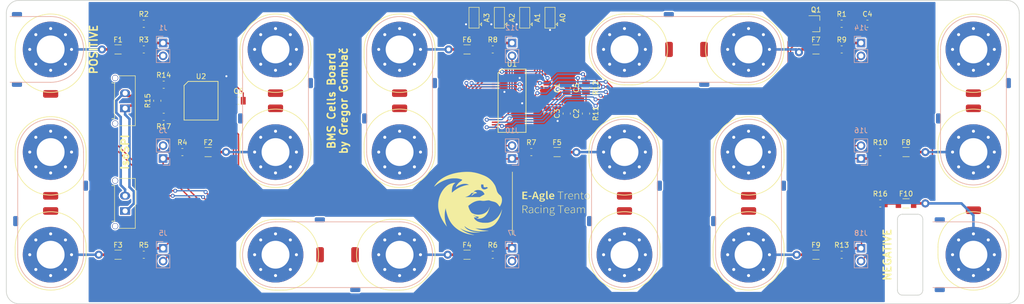
<source format=kicad_pcb>
(kicad_pcb (version 20171130) (host pcbnew "(5.0.0-rc2-dev-632-g76d3b6f04)")
  (layers (0 F.Cu signal) (31 B.Cu signal) (34 B.Paste user) (35 F.Paste user) (36 B.SilkS user) (37 F.SilkS user) (38 B.Mask user) (39 F.Mask user) (44 Edge.Cuts user))
  (net 0 "")
  (net 1 /V+)
  (net 2 /VRef1)
  (net 3 /VRef2)
  (net 4 "Net-(C4-Pad1)")
  (net 5 /Vreg)
  (net 6 "Net-(C6-Pad2)")
  (net 7 /0V)
  (net 8 "Net-(F1-Pad1)")
  (net 9 /CB9)
  (net 10 /CB8)
  (net 11 "Net-(F2-Pad1)")
  (net 12 "Net-(F3-Pad1)")
  (net 13 /CB7)
  (net 14 /CB6)
  (net 15 "Net-(F4-Pad1)")
  (net 16 "Net-(F5-Pad1)")
  (net 17 /CB5)
  (net 18 /CB4)
  (net 19 "Net-(F6-Pad1)")
  (net 20 "Net-(F7-Pad1)")
  (net 21 /CB3)
  (net 22 /CB2)
  (net 23 "Net-(F8-Pad1)")
  (net 24 "Net-(F9-Pad1)")
  (net 25 /CB1)
  (net 26 "Net-(F10-Pad1)")
  (net 27 /C9)
  (net 28 /S9)
  (net 29 /S8)
  (net 30 /C8)
  (net 31 /C7)
  (net 32 /S7)
  (net 33 /S6)
  (net 34 /C6)
  (net 35 /S5)
  (net 36 /S4)
  (net 37 /S3)
  (net 38 /S2)
  (net 39 /S1)
  (net 40 /C5)
  (net 41 /C4)
  (net 42 /C3)
  (net 43 /C2)
  (net 44 /C1)
  (net 45 "Net-(J21-Pad2)")
  (net 46 "Net-(J21-Pad1)")
  (net 47 /A3)
  (net 48 /A2)
  (net 49 /A1)
  (net 50 /A0)
  (net 51 /drive)
  (net 52 "Net-(R11-Pad1)")
  (net 53 "Net-(R12-Pad1)")
  (net 54 "Net-(R14-Pad1)")
  (net 55 /C0)
  (net 56 "Net-(R17-Pad1)")
  (net 57 "Net-(U1-Pad41)")
  (net 58 "Net-(U1-Pad42)")
  (module CellsBoard:Molex_Micro-Fit_3.0_43650-0215_1x02_P3.00mm_Vertical (layer F.Cu) (at 73.45 111.35 90)
    (fp_text reference J21 hide)
    (fp_text value isoSPI)
    (pad 2 thru_hole oval (at 3 0 90) (size 1.5 2) (drill 1) (layers *.Cu *.Mask) (net 45 "Net-(J21-Pad2)"))
    (pad 1 thru_hole rect (at 0 0 90) (size 1.5 2) (drill 1) (layers *.Cu *.Mask) (net 46 "Net-(J21-Pad1)"))
    (pad "" thru_hole circle (at 6 -1.96 90) (size 1.2 1.2) (drill 1) (layers *.Cu *.Mask))
    (pad "" thru_hole circle (at -3 -1.96 90) (size 1.2 1.2) (drill 1) (layers *.Cu *.Mask))
  )
  (module CellsBoard:Molex_Micro-Fit_3.0_43650-0215_1x02_P3.00mm_Vertical (layer F.Cu) (at 73.45 131.65 90)
    (fp_text reference J22 hide)
    (fp_text value isoSPI)
    (pad 2 thru_hole oval (at 3 0 90) (size 1.5 2) (drill 1) (layers *.Cu *.Mask) (net 45 "Net-(J21-Pad2)"))
    (pad 1 thru_hole rect (at 0 0 90) (size 1.5 2) (drill 1) (layers *.Cu *.Mask) (net 46 "Net-(J21-Pad1)"))
    (pad "" thru_hole circle (at 6 -1.96 90) (size 1.2 1.2) (drill 1) (layers *.Cu *.Mask))
    (pad "" thru_hole circle (at -3 -1.96 90) (size 1.2 1.2) (drill 1) (layers *.Cu *.Mask))
  )
  (module CellsBoard:logo (layer F.Cu) (at 149.85 130.15)
    (fp_text reference G*** hide)
    (fp_text value LOGO hide)
  )
  (module CellsBoard:SSOP-48 (layer F.Cu) (at 149.85 109.85 270)
    (fp_text reference U1 (at -7.25 0) (layer F.SilkS))
    (fp_text value LTC6804)
    (pad 48 smd rect (at -5.75 -3.375 270) (size 0.25 1.25) (layers F.Cu F.Paste F.Mask) (net 47 /A3))
    (pad 1 smd rect (at -5.75 3.375 270) (size 0.25 1.25) (layers F.Cu F.Paste F.Mask) (net 1 /V+))
    (pad 47 smd rect (at -5.25 -3.375 270) (size 0.25 1.25) (layers F.Cu F.Paste F.Mask) (net 48 /A2))
    (pad 2 smd rect (at -5.25 3.375 270) (size 0.25 1.25) (layers F.Cu F.Paste F.Mask) (net 27 /C9))
    (pad 46 smd rect (at -4.75 -3.375 270) (size 0.25 1.25) (layers F.Cu F.Paste F.Mask) (net 49 /A1))
    (pad 3 smd rect (at -4.75 3.375 270) (size 0.25 1.25) (layers F.Cu F.Paste F.Mask))
    (pad 45 smd rect (at -4.25 -3.375 270) (size 0.25 1.25) (layers F.Cu F.Paste F.Mask) (net 50 /A0))
    (pad 4 smd rect (at -4.25 3.375 270) (size 0.25 1.25) (layers F.Cu F.Paste F.Mask) (net 27 /C9))
    (pad 44 smd rect (at -3.75 -3.375 270) (size 0.25 1.25) (layers F.Cu F.Paste F.Mask) (net 53 "Net-(R12-Pad1)"))
    (pad 5 smd rect (at -3.75 3.375 270) (size 0.25 1.25) (layers F.Cu F.Paste F.Mask))
    (pad 43 smd rect (at -3.25 -3.375 270) (size 0.25 1.25) (layers F.Cu F.Paste F.Mask) (net 52 "Net-(R11-Pad1)"))
    (pad 6 smd rect (at -3.25 3.375 270) (size 0.25 1.25) (layers F.Cu F.Paste F.Mask) (net 27 /C9))
    (pad 42 smd rect (at -2.75 -3.375 270) (size 0.25 1.25) (layers F.Cu F.Paste F.Mask) (net 58 "Net-(U1-Pad42)"))
    (pad 7 smd rect (at -2.75 3.375 270) (size 0.25 1.25) (layers F.Cu F.Paste F.Mask) (net 28 /S9))
    (pad 41 smd rect (at -2.25 -3.375 270) (size 0.25 1.25) (layers F.Cu F.Paste F.Mask) (net 57 "Net-(U1-Pad41)"))
    (pad 8 smd rect (at -2.25 3.375 270) (size 0.25 1.25) (layers F.Cu F.Paste F.Mask) (net 30 /C8))
    (pad 40 smd rect (at -1.75 -3.375 270) (size 0.25 1.25) (layers F.Cu F.Paste F.Mask) (net 5 /Vreg))
    (pad 9 smd rect (at -1.75 3.375 270) (size 0.25 1.25) (layers F.Cu F.Paste F.Mask) (net 29 /S8))
    (pad 39 smd rect (at -1.25 -3.375 270) (size 0.25 1.25) (layers F.Cu F.Paste F.Mask))
    (pad 10 smd rect (at -1.25 3.375 270) (size 0.25 1.25) (layers F.Cu F.Paste F.Mask) (net 31 /C7))
    (pad 38 smd rect (at -0.75 -3.375 270) (size 0.25 1.25) (layers F.Cu F.Paste F.Mask) (net 51 /drive))
    (pad 11 smd rect (at -0.75 3.375 270) (size 0.25 1.25) (layers F.Cu F.Paste F.Mask) (net 32 /S7))
    (pad 37 smd rect (at -0.25 -3.375 270) (size 0.25 1.25) (layers F.Cu F.Paste F.Mask) (net 5 /Vreg))
    (pad 12 smd rect (at -0.25 3.375 270) (size 0.25 1.25) (layers F.Cu F.Paste F.Mask) (net 34 /C6))
    (pad 36 smd rect (at 0.25 -3.375 270) (size 0.25 1.25) (layers F.Cu F.Paste F.Mask) (net 7 /0V))
    (pad 13 smd rect (at 0.25 3.375 270) (size 0.25 1.25) (layers F.Cu F.Paste F.Mask) (net 33 /S6))
    (pad 35 smd rect (at 0.75 -3.375 270) (size 0.25 1.25) (layers F.Cu F.Paste F.Mask) (net 2 /VRef1))
    (pad 14 smd rect (at 0.75 3.375 270) (size 0.25 1.25) (layers F.Cu F.Paste F.Mask) (net 40 /C5))
    (pad 34 smd rect (at 1.25 -3.375 270) (size 0.25 1.25) (layers F.Cu F.Paste F.Mask) (net 3 /VRef2))
    (pad 15 smd rect (at 1.25 3.375 270) (size 0.25 1.25) (layers F.Cu F.Paste F.Mask))
    (pad 33 smd rect (at 1.75 -3.375 270) (size 0.25 1.25) (layers F.Cu F.Paste F.Mask))
    (pad 16 smd rect (at 1.75 3.375 270) (size 0.25 1.25) (layers F.Cu F.Paste F.Mask) (net 40 /C5))
    (pad 32 smd rect (at 2.25 -3.375 270) (size 0.25 1.25) (layers F.Cu F.Paste F.Mask))
    (pad 17 smd rect (at 2.25 3.375 270) (size 0.25 1.25) (layers F.Cu F.Paste F.Mask) (net 35 /S5))
    (pad 31 smd rect (at 2.75 -3.375 270) (size 0.25 1.25) (layers F.Cu F.Paste F.Mask) (net 7 /0V))
    (pad 18 smd rect (at 2.75 3.375 270) (size 0.25 1.25) (layers F.Cu F.Paste F.Mask) (net 41 /C4))
    (pad 30 smd rect (at 3.25 -3.375 270) (size 0.25 1.25) (layers F.Cu F.Paste F.Mask) (net 7 /0V))
    (pad 19 smd rect (at 3.25 3.375 270) (size 0.25 1.25) (layers F.Cu F.Paste F.Mask) (net 36 /S4))
    (pad 29 smd rect (at 3.75 -3.375 270) (size 0.25 1.25) (layers F.Cu F.Paste F.Mask))
    (pad 20 smd rect (at 3.75 3.375 270) (size 0.25 1.25) (layers F.Cu F.Paste F.Mask) (net 42 /C3))
    (pad 28 smd rect (at 4.25 -3.375 270) (size 0.25 1.25) (layers F.Cu F.Paste F.Mask))
    (pad 21 smd rect (at 4.25 3.375 270) (size 0.25 1.25) (layers F.Cu F.Paste F.Mask) (net 37 /S3))
    (pad 27 smd rect (at 4.75 -3.375 270) (size 0.25 1.25) (layers F.Cu F.Paste F.Mask))
    (pad 22 smd rect (at 4.75 3.375 270) (size 0.25 1.25) (layers F.Cu F.Paste F.Mask) (net 43 /C2))
    (pad 26 smd rect (at 5.25 -3.375 270) (size 0.25 1.25) (layers F.Cu F.Paste F.Mask) (net 55 /C0))
    (pad 23 smd rect (at 5.25 3.375 270) (size 0.25 1.25) (layers F.Cu F.Paste F.Mask) (net 38 /S2))
    (pad 25 smd rect (at 5.75 -3.375 270) (size 0.25 1.25) (layers F.Cu F.Paste F.Mask) (net 39 /S1))
    (pad 24 smd rect (at 5.75 3.375 270) (size 0.25 1.25) (layers F.Cu F.Paste F.Mask) (net 44 /C1))
  )
  (module CellsBoard:CellEndD (layer F.Cu) (at 240.95 140.3 90)
    (fp_text reference J20 hide)
    (fp_text value Cell0 hide)
    (pad 1 thru_hole circle (at 0 0 90) (size 11 11) (drill 5.5) (layers *.Cu *.Mask) (net 26 "Net-(F10-Pad1)"))
    (pad 1 thru_hole circle (at 4.125 0 90) (size 0.9 0.9) (drill 0.6) (layers *.Cu *.Mask) (net 26 "Net-(F10-Pad1)"))
    (pad 1 thru_hole circle (at 2.926815 2.926815 90) (size 0.9 0.9) (drill 0.6) (layers *.Cu *.Mask) (net 26 "Net-(F10-Pad1)"))
    (pad 1 thru_hole circle (at 0 4.125 90) (size 0.9 0.9) (drill 0.6) (layers *.Cu *.Mask) (net 26 "Net-(F10-Pad1)"))
    (pad 1 thru_hole circle (at -2.926815 2.926815 90) (size 0.9 0.9) (drill 0.6) (layers *.Cu *.Mask) (net 26 "Net-(F10-Pad1)"))
    (pad 1 thru_hole circle (at -4.125 0 90) (size 0.9 0.9) (drill 0.6) (layers *.Cu *.Mask) (net 26 "Net-(F10-Pad1)"))
    (pad 1 thru_hole circle (at -2.926815 -2.926815 90) (size 0.9 0.9) (drill 0.6) (layers *.Cu *.Mask) (net 26 "Net-(F10-Pad1)"))
    (pad 1 thru_hole circle (at 0 -4.125 90) (size 0.9 0.9) (drill 0.6) (layers *.Cu *.Mask) (net 26 "Net-(F10-Pad1)"))
    (pad 1 thru_hole circle (at 2.926815 -2.926815 90) (size 0.9 0.9) (drill 0.6) (layers *.Cu *.Mask) (net 26 "Net-(F10-Pad1)"))
    (pad "" smd roundrect (at 6.9 -6.65 180) (size 2 1) (layers B.Cu B.Mask))
    (pad "" smd roundrect (at -6.9 -6.65 180) (size 2 1) (layers B.Cu B.Mask))
    (pad "" smd roundrect (at 8.8 0 180) (size 3 1.5) (layers F.Cu F.Mask))
  )
  (module CellsBoard:CellLong (layer F.Cu) (at 115.4 140.3)
    (fp_text reference J8 hide)
    (fp_text value Cell6 hide)
    (pad "" smd roundrect (at -3.45 0 90) (size 3 1.5) (layers F.Cu F.Mask))
    (pad "" smd roundrect (at 3.45 0 90) (size 3 1.5) (layers F.Cu F.Mask))
    (pad "" smd roundrect (at 3.5 6.9) (size 2 1) (layers B.Cu B.Mask))
    (pad "" smd roundrect (at -3.5 -6.9) (size 2 1) (layers B.Cu B.Mask))
    (pad 1 thru_hole circle (at 12.25 0) (size 11 11) (drill 5.5) (layers *.Cu *.Mask) (net 15 "Net-(F4-Pad1)"))
    (pad 1 thru_hole circle (at 9.323185 2.926815) (size 0.9 0.9) (drill 0.6) (layers *.Cu *.Mask) (net 15 "Net-(F4-Pad1)"))
    (pad 1 thru_hole circle (at 12.25 -4.125) (size 0.9 0.9) (drill 0.6) (layers *.Cu *.Mask) (net 15 "Net-(F4-Pad1)"))
    (pad 1 thru_hole circle (at 15.176815 2.926815) (size 0.9 0.9) (drill 0.6) (layers *.Cu *.Mask) (net 15 "Net-(F4-Pad1)"))
    (pad 1 thru_hole circle (at 15.176815 -2.926815) (size 0.9 0.9) (drill 0.6) (layers *.Cu *.Mask) (net 15 "Net-(F4-Pad1)"))
    (pad 1 thru_hole circle (at 9.323185 -2.926815) (size 0.9 0.9) (drill 0.6) (layers *.Cu *.Mask) (net 15 "Net-(F4-Pad1)"))
    (pad 1 thru_hole circle (at 12.25 4.125) (size 0.9 0.9) (drill 0.6) (layers *.Cu *.Mask) (net 15 "Net-(F4-Pad1)"))
    (pad 1 thru_hole circle (at 8.125 0) (size 0.9 0.9) (drill 0.6) (layers *.Cu *.Mask) (net 15 "Net-(F4-Pad1)"))
    (pad 1 thru_hole circle (at 16.375 0) (size 0.9 0.9) (drill 0.6) (layers *.Cu *.Mask) (net 15 "Net-(F4-Pad1)"))
    (pad "" thru_hole circle (at -9.323185 -2.926815) (size 0.9 0.9) (drill 0.6) (layers *.Cu *.Mask))
    (pad "" thru_hole circle (at -12.25 -4.125) (size 0.9 0.9) (drill 0.6) (layers *.Cu *.Mask))
    (pad "" thru_hole circle (at -15.176815 -2.926815) (size 0.9 0.9) (drill 0.6) (layers *.Cu *.Mask))
    (pad "" thru_hole circle (at -16.375 0) (size 0.9 0.9) (drill 0.6) (layers *.Cu *.Mask))
    (pad "" thru_hole circle (at -15.176815 2.926815) (size 0.9 0.9) (drill 0.6) (layers *.Cu *.Mask))
    (pad "" thru_hole circle (at -12.25 4.125) (size 0.9 0.9) (drill 0.6) (layers *.Cu *.Mask))
    (pad "" thru_hole circle (at -9.323185 2.926815) (size 0.9 0.9) (drill 0.6) (layers *.Cu *.Mask))
    (pad "" thru_hole circle (at -8.125 0) (size 0.9 0.9) (drill 0.6) (layers *.Cu *.Mask))
    (pad "" thru_hole circle (at -12.25 0) (size 11 11) (drill 5.5) (layers *.Cu *.Mask))
  )
  (module CellsBoard:CellLong (layer F.Cu) (at 184.3 99.7)
    (fp_text reference J15 hide)
    (fp_text value Cell3 hide)
    (pad "" smd roundrect (at -3.45 0 90) (size 3 1.5) (layers F.Cu F.Mask))
    (pad "" smd roundrect (at 3.45 0 90) (size 3 1.5) (layers F.Cu F.Mask))
    (pad "" smd roundrect (at 3.5 6.9) (size 2 1) (layers B.Cu B.Mask))
    (pad "" smd roundrect (at -3.5 -6.9) (size 2 1) (layers B.Cu B.Mask))
    (pad 1 thru_hole circle (at 12.25 0) (size 11 11) (drill 5.5) (layers *.Cu *.Mask) (net 20 "Net-(F7-Pad1)"))
    (pad 1 thru_hole circle (at 9.323185 2.926815) (size 0.9 0.9) (drill 0.6) (layers *.Cu *.Mask) (net 20 "Net-(F7-Pad1)"))
    (pad 1 thru_hole circle (at 12.25 -4.125) (size 0.9 0.9) (drill 0.6) (layers *.Cu *.Mask) (net 20 "Net-(F7-Pad1)"))
    (pad 1 thru_hole circle (at 15.176815 2.926815) (size 0.9 0.9) (drill 0.6) (layers *.Cu *.Mask) (net 20 "Net-(F7-Pad1)"))
    (pad 1 thru_hole circle (at 15.176815 -2.926815) (size 0.9 0.9) (drill 0.6) (layers *.Cu *.Mask) (net 20 "Net-(F7-Pad1)"))
    (pad 1 thru_hole circle (at 9.323185 -2.926815) (size 0.9 0.9) (drill 0.6) (layers *.Cu *.Mask) (net 20 "Net-(F7-Pad1)"))
    (pad 1 thru_hole circle (at 12.25 4.125) (size 0.9 0.9) (drill 0.6) (layers *.Cu *.Mask) (net 20 "Net-(F7-Pad1)"))
    (pad 1 thru_hole circle (at 8.125 0) (size 0.9 0.9) (drill 0.6) (layers *.Cu *.Mask) (net 20 "Net-(F7-Pad1)"))
    (pad 1 thru_hole circle (at 16.375 0) (size 0.9 0.9) (drill 0.6) (layers *.Cu *.Mask) (net 20 "Net-(F7-Pad1)"))
    (pad "" thru_hole circle (at -9.323185 -2.926815) (size 0.9 0.9) (drill 0.6) (layers *.Cu *.Mask))
    (pad "" thru_hole circle (at -12.25 -4.125) (size 0.9 0.9) (drill 0.6) (layers *.Cu *.Mask))
    (pad "" thru_hole circle (at -15.176815 -2.926815) (size 0.9 0.9) (drill 0.6) (layers *.Cu *.Mask))
    (pad "" thru_hole circle (at -16.375 0) (size 0.9 0.9) (drill 0.6) (layers *.Cu *.Mask))
    (pad "" thru_hole circle (at -15.176815 2.926815) (size 0.9 0.9) (drill 0.6) (layers *.Cu *.Mask))
    (pad "" thru_hole circle (at -12.25 4.125) (size 0.9 0.9) (drill 0.6) (layers *.Cu *.Mask))
    (pad "" thru_hole circle (at -9.323185 2.926815) (size 0.9 0.9) (drill 0.6) (layers *.Cu *.Mask))
    (pad "" thru_hole circle (at -8.125 0) (size 0.9 0.9) (drill 0.6) (layers *.Cu *.Mask))
    (pad "" thru_hole circle (at -12.25 0) (size 11 11) (drill 5.5) (layers *.Cu *.Mask))
  )
  (module CellsBoard:CellShort (layer F.Cu) (at 103.15 109.85 90)
    (fp_text reference J4 hide)
    (fp_text value Cell8 hide)
    (pad "" smd roundrect (at -1.5 0 180) (size 3 1.5) (layers F.Cu F.Mask))
    (pad "" smd roundrect (at 1.5 0 180) (size 3 1.5) (layers F.Cu F.Mask))
    (pad "" smd roundrect (at 3.5 6.9 90) (size 2 1) (layers B.Cu B.Mask))
    (pad "" smd roundrect (at -3.5 -6.9 90) (size 2 1) (layers B.Cu B.Mask))
    (pad "" thru_hole circle (at 10.15 0 90) (size 11 11) (drill 5.5) (layers *.Cu *.Mask))
    (pad "" thru_hole circle (at 7.223185 2.926815 90) (size 0.9 0.9) (drill 0.6) (layers *.Cu *.Mask))
    (pad "" thru_hole circle (at 10.15 -4.125 90) (size 0.9 0.9) (drill 0.6) (layers *.Cu *.Mask))
    (pad "" thru_hole circle (at 13.076815 2.926815 90) (size 0.9 0.9) (drill 0.6) (layers *.Cu *.Mask))
    (pad "" thru_hole circle (at 13.076815 -2.926815 90) (size 0.9 0.9) (drill 0.6) (layers *.Cu *.Mask))
    (pad "" thru_hole circle (at 7.223185 -2.926815 90) (size 0.9 0.9) (drill 0.6) (layers *.Cu *.Mask))
    (pad "" thru_hole circle (at 10.15 4.125 90) (size 0.9 0.9) (drill 0.6) (layers *.Cu *.Mask))
    (pad "" thru_hole circle (at 6.025 0 90) (size 0.9 0.9) (drill 0.6) (layers *.Cu *.Mask))
    (pad "" thru_hole circle (at 14.275 0 90) (size 0.9 0.9) (drill 0.6) (layers *.Cu *.Mask))
    (pad 1 thru_hole circle (at -7.223185 -2.926815 90) (size 0.9 0.9) (drill 0.6) (layers *.Cu *.Mask) (net 11 "Net-(F2-Pad1)"))
    (pad 1 thru_hole circle (at -10.15 -4.125 90) (size 0.9 0.9) (drill 0.6) (layers *.Cu *.Mask) (net 11 "Net-(F2-Pad1)"))
    (pad 1 thru_hole circle (at -13.076815 -2.926815 90) (size 0.9 0.9) (drill 0.6) (layers *.Cu *.Mask) (net 11 "Net-(F2-Pad1)"))
    (pad 1 thru_hole circle (at -14.275 0 90) (size 0.9 0.9) (drill 0.6) (layers *.Cu *.Mask) (net 11 "Net-(F2-Pad1)"))
    (pad 1 thru_hole circle (at -13.076815 2.926815 90) (size 0.9 0.9) (drill 0.6) (layers *.Cu *.Mask) (net 11 "Net-(F2-Pad1)"))
    (pad 1 thru_hole circle (at -10.15 4.125 90) (size 0.9 0.9) (drill 0.6) (layers *.Cu *.Mask) (net 11 "Net-(F2-Pad1)"))
    (pad 1 thru_hole circle (at -7.223185 2.926815 90) (size 0.9 0.9) (drill 0.6) (layers *.Cu *.Mask) (net 11 "Net-(F2-Pad1)"))
    (pad 1 thru_hole circle (at -6.025 0 90) (size 0.9 0.9) (drill 0.6) (layers *.Cu *.Mask) (net 11 "Net-(F2-Pad1)"))
    (pad 1 thru_hole circle (at -10.15 0 90) (size 11 11) (drill 5.5) (layers *.Cu *.Mask) (net 11 "Net-(F2-Pad1)"))
  )
  (module CellsBoard:CellShort (layer F.Cu) (at 58.75 130.15 90)
    (fp_text reference J6 hide)
    (fp_text value Cell7 hide)
    (pad "" smd roundrect (at -1.5 0 180) (size 3 1.5) (layers F.Cu F.Mask))
    (pad "" smd roundrect (at 1.5 0 180) (size 3 1.5) (layers F.Cu F.Mask))
    (pad "" smd roundrect (at 3.5 6.9 90) (size 2 1) (layers B.Cu B.Mask))
    (pad "" smd roundrect (at -3.5 -6.9 90) (size 2 1) (layers B.Cu B.Mask))
    (pad "" thru_hole circle (at 10.15 0 90) (size 11 11) (drill 5.5) (layers *.Cu *.Mask))
    (pad "" thru_hole circle (at 7.223185 2.926815 90) (size 0.9 0.9) (drill 0.6) (layers *.Cu *.Mask))
    (pad "" thru_hole circle (at 10.15 -4.125 90) (size 0.9 0.9) (drill 0.6) (layers *.Cu *.Mask))
    (pad "" thru_hole circle (at 13.076815 2.926815 90) (size 0.9 0.9) (drill 0.6) (layers *.Cu *.Mask))
    (pad "" thru_hole circle (at 13.076815 -2.926815 90) (size 0.9 0.9) (drill 0.6) (layers *.Cu *.Mask))
    (pad "" thru_hole circle (at 7.223185 -2.926815 90) (size 0.9 0.9) (drill 0.6) (layers *.Cu *.Mask))
    (pad "" thru_hole circle (at 10.15 4.125 90) (size 0.9 0.9) (drill 0.6) (layers *.Cu *.Mask))
    (pad "" thru_hole circle (at 6.025 0 90) (size 0.9 0.9) (drill 0.6) (layers *.Cu *.Mask))
    (pad "" thru_hole circle (at 14.275 0 90) (size 0.9 0.9) (drill 0.6) (layers *.Cu *.Mask))
    (pad 1 thru_hole circle (at -7.223185 -2.926815 90) (size 0.9 0.9) (drill 0.6) (layers *.Cu *.Mask) (net 12 "Net-(F3-Pad1)"))
    (pad 1 thru_hole circle (at -10.15 -4.125 90) (size 0.9 0.9) (drill 0.6) (layers *.Cu *.Mask) (net 12 "Net-(F3-Pad1)"))
    (pad 1 thru_hole circle (at -13.076815 -2.926815 90) (size 0.9 0.9) (drill 0.6) (layers *.Cu *.Mask) (net 12 "Net-(F3-Pad1)"))
    (pad 1 thru_hole circle (at -14.275 0 90) (size 0.9 0.9) (drill 0.6) (layers *.Cu *.Mask) (net 12 "Net-(F3-Pad1)"))
    (pad 1 thru_hole circle (at -13.076815 2.926815 90) (size 0.9 0.9) (drill 0.6) (layers *.Cu *.Mask) (net 12 "Net-(F3-Pad1)"))
    (pad 1 thru_hole circle (at -10.15 4.125 90) (size 0.9 0.9) (drill 0.6) (layers *.Cu *.Mask) (net 12 "Net-(F3-Pad1)"))
    (pad 1 thru_hole circle (at -7.223185 2.926815 90) (size 0.9 0.9) (drill 0.6) (layers *.Cu *.Mask) (net 12 "Net-(F3-Pad1)"))
    (pad 1 thru_hole circle (at -6.025 0 90) (size 0.9 0.9) (drill 0.6) (layers *.Cu *.Mask) (net 12 "Net-(F3-Pad1)"))
    (pad 1 thru_hole circle (at -10.15 0 90) (size 11 11) (drill 5.5) (layers *.Cu *.Mask) (net 12 "Net-(F3-Pad1)"))
  )
  (module CellsBoard:CellShort (layer F.Cu) (at 172.05 130.15 270)
    (fp_text reference J11 hide)
    (fp_text value Cell5 hide)
    (pad "" smd roundrect (at -1.5 0) (size 3 1.5) (layers F.Cu F.Mask))
    (pad "" smd roundrect (at 1.5 0) (size 3 1.5) (layers F.Cu F.Mask))
    (pad "" smd roundrect (at 3.5 6.9 270) (size 2 1) (layers B.Cu B.Mask))
    (pad "" smd roundrect (at -3.5 -6.9 270) (size 2 1) (layers B.Cu B.Mask))
    (pad "" thru_hole circle (at 10.15 0 270) (size 11 11) (drill 5.5) (layers *.Cu *.Mask))
    (pad "" thru_hole circle (at 7.223185 2.926815 270) (size 0.9 0.9) (drill 0.6) (layers *.Cu *.Mask))
    (pad "" thru_hole circle (at 10.15 -4.125 270) (size 0.9 0.9) (drill 0.6) (layers *.Cu *.Mask))
    (pad "" thru_hole circle (at 13.076815 2.926815 270) (size 0.9 0.9) (drill 0.6) (layers *.Cu *.Mask))
    (pad "" thru_hole circle (at 13.076815 -2.926815 270) (size 0.9 0.9) (drill 0.6) (layers *.Cu *.Mask))
    (pad "" thru_hole circle (at 7.223185 -2.926815 270) (size 0.9 0.9) (drill 0.6) (layers *.Cu *.Mask))
    (pad "" thru_hole circle (at 10.15 4.125 270) (size 0.9 0.9) (drill 0.6) (layers *.Cu *.Mask))
    (pad "" thru_hole circle (at 6.025 0 270) (size 0.9 0.9) (drill 0.6) (layers *.Cu *.Mask))
    (pad "" thru_hole circle (at 14.275 0 270) (size 0.9 0.9) (drill 0.6) (layers *.Cu *.Mask))
    (pad 1 thru_hole circle (at -7.223185 -2.926815 270) (size 0.9 0.9) (drill 0.6) (layers *.Cu *.Mask) (net 16 "Net-(F5-Pad1)"))
    (pad 1 thru_hole circle (at -10.15 -4.125 270) (size 0.9 0.9) (drill 0.6) (layers *.Cu *.Mask) (net 16 "Net-(F5-Pad1)"))
    (pad 1 thru_hole circle (at -13.076815 -2.926815 270) (size 0.9 0.9) (drill 0.6) (layers *.Cu *.Mask) (net 16 "Net-(F5-Pad1)"))
    (pad 1 thru_hole circle (at -14.275 0 270) (size 0.9 0.9) (drill 0.6) (layers *.Cu *.Mask) (net 16 "Net-(F5-Pad1)"))
    (pad 1 thru_hole circle (at -13.076815 2.926815 270) (size 0.9 0.9) (drill 0.6) (layers *.Cu *.Mask) (net 16 "Net-(F5-Pad1)"))
    (pad 1 thru_hole circle (at -10.15 4.125 270) (size 0.9 0.9) (drill 0.6) (layers *.Cu *.Mask) (net 16 "Net-(F5-Pad1)"))
    (pad 1 thru_hole circle (at -7.223185 2.926815 270) (size 0.9 0.9) (drill 0.6) (layers *.Cu *.Mask) (net 16 "Net-(F5-Pad1)"))
    (pad 1 thru_hole circle (at -6.025 0 270) (size 0.9 0.9) (drill 0.6) (layers *.Cu *.Mask) (net 16 "Net-(F5-Pad1)"))
    (pad 1 thru_hole circle (at -10.15 0 270) (size 11 11) (drill 5.5) (layers *.Cu *.Mask) (net 16 "Net-(F5-Pad1)"))
  )
  (module CellsBoard:CellShort (layer F.Cu) (at 127.65 109.85 270)
    (fp_text reference J13 hide)
    (fp_text value Cell4 hide)
    (pad "" smd roundrect (at -1.5 0) (size 3 1.5) (layers F.Cu F.Mask))
    (pad "" smd roundrect (at 1.5 0) (size 3 1.5) (layers F.Cu F.Mask))
    (pad "" smd roundrect (at 3.5 6.9 270) (size 2 1) (layers B.Cu B.Mask))
    (pad "" smd roundrect (at -3.5 -6.9 270) (size 2 1) (layers B.Cu B.Mask))
    (pad "" thru_hole circle (at 10.15 0 270) (size 11 11) (drill 5.5) (layers *.Cu *.Mask))
    (pad "" thru_hole circle (at 7.223185 2.926815 270) (size 0.9 0.9) (drill 0.6) (layers *.Cu *.Mask))
    (pad "" thru_hole circle (at 10.15 -4.125 270) (size 0.9 0.9) (drill 0.6) (layers *.Cu *.Mask))
    (pad "" thru_hole circle (at 13.076815 2.926815 270) (size 0.9 0.9) (drill 0.6) (layers *.Cu *.Mask))
    (pad "" thru_hole circle (at 13.076815 -2.926815 270) (size 0.9 0.9) (drill 0.6) (layers *.Cu *.Mask))
    (pad "" thru_hole circle (at 7.223185 -2.926815 270) (size 0.9 0.9) (drill 0.6) (layers *.Cu *.Mask))
    (pad "" thru_hole circle (at 10.15 4.125 270) (size 0.9 0.9) (drill 0.6) (layers *.Cu *.Mask))
    (pad "" thru_hole circle (at 6.025 0 270) (size 0.9 0.9) (drill 0.6) (layers *.Cu *.Mask))
    (pad "" thru_hole circle (at 14.275 0 270) (size 0.9 0.9) (drill 0.6) (layers *.Cu *.Mask))
    (pad 1 thru_hole circle (at -7.223185 -2.926815 270) (size 0.9 0.9) (drill 0.6) (layers *.Cu *.Mask) (net 19 "Net-(F6-Pad1)"))
    (pad 1 thru_hole circle (at -10.15 -4.125 270) (size 0.9 0.9) (drill 0.6) (layers *.Cu *.Mask) (net 19 "Net-(F6-Pad1)"))
    (pad 1 thru_hole circle (at -13.076815 -2.926815 270) (size 0.9 0.9) (drill 0.6) (layers *.Cu *.Mask) (net 19 "Net-(F6-Pad1)"))
    (pad 1 thru_hole circle (at -14.275 0 270) (size 0.9 0.9) (drill 0.6) (layers *.Cu *.Mask) (net 19 "Net-(F6-Pad1)"))
    (pad 1 thru_hole circle (at -13.076815 2.926815 270) (size 0.9 0.9) (drill 0.6) (layers *.Cu *.Mask) (net 19 "Net-(F6-Pad1)"))
    (pad 1 thru_hole circle (at -10.15 4.125 270) (size 0.9 0.9) (drill 0.6) (layers *.Cu *.Mask) (net 19 "Net-(F6-Pad1)"))
    (pad 1 thru_hole circle (at -7.223185 2.926815 270) (size 0.9 0.9) (drill 0.6) (layers *.Cu *.Mask) (net 19 "Net-(F6-Pad1)"))
    (pad 1 thru_hole circle (at -6.025 0 270) (size 0.9 0.9) (drill 0.6) (layers *.Cu *.Mask) (net 19 "Net-(F6-Pad1)"))
    (pad 1 thru_hole circle (at -10.15 0 270) (size 11 11) (drill 5.5) (layers *.Cu *.Mask) (net 19 "Net-(F6-Pad1)"))
  )
  (module CellsBoard:CellShort (layer F.Cu) (at 240.95 109.85 90)
    (fp_text reference J17 hide)
    (fp_text value Cell2 hide)
    (pad "" smd roundrect (at -1.5 0 180) (size 3 1.5) (layers F.Cu F.Mask))
    (pad "" smd roundrect (at 1.5 0 180) (size 3 1.5) (layers F.Cu F.Mask))
    (pad "" smd roundrect (at 3.5 6.9 90) (size 2 1) (layers B.Cu B.Mask))
    (pad "" smd roundrect (at -3.5 -6.9 90) (size 2 1) (layers B.Cu B.Mask))
    (pad "" thru_hole circle (at 10.15 0 90) (size 11 11) (drill 5.5) (layers *.Cu *.Mask))
    (pad "" thru_hole circle (at 7.223185 2.926815 90) (size 0.9 0.9) (drill 0.6) (layers *.Cu *.Mask))
    (pad "" thru_hole circle (at 10.15 -4.125 90) (size 0.9 0.9) (drill 0.6) (layers *.Cu *.Mask))
    (pad "" thru_hole circle (at 13.076815 2.926815 90) (size 0.9 0.9) (drill 0.6) (layers *.Cu *.Mask))
    (pad "" thru_hole circle (at 13.076815 -2.926815 90) (size 0.9 0.9) (drill 0.6) (layers *.Cu *.Mask))
    (pad "" thru_hole circle (at 7.223185 -2.926815 90) (size 0.9 0.9) (drill 0.6) (layers *.Cu *.Mask))
    (pad "" thru_hole circle (at 10.15 4.125 90) (size 0.9 0.9) (drill 0.6) (layers *.Cu *.Mask))
    (pad "" thru_hole circle (at 6.025 0 90) (size 0.9 0.9) (drill 0.6) (layers *.Cu *.Mask))
    (pad "" thru_hole circle (at 14.275 0 90) (size 0.9 0.9) (drill 0.6) (layers *.Cu *.Mask))
    (pad 1 thru_hole circle (at -7.223185 -2.926815 90) (size 0.9 0.9) (drill 0.6) (layers *.Cu *.Mask) (net 23 "Net-(F8-Pad1)"))
    (pad 1 thru_hole circle (at -10.15 -4.125 90) (size 0.9 0.9) (drill 0.6) (layers *.Cu *.Mask) (net 23 "Net-(F8-Pad1)"))
    (pad 1 thru_hole circle (at -13.076815 -2.926815 90) (size 0.9 0.9) (drill 0.6) (layers *.Cu *.Mask) (net 23 "Net-(F8-Pad1)"))
    (pad 1 thru_hole circle (at -14.275 0 90) (size 0.9 0.9) (drill 0.6) (layers *.Cu *.Mask) (net 23 "Net-(F8-Pad1)"))
    (pad 1 thru_hole circle (at -13.076815 2.926815 90) (size 0.9 0.9) (drill 0.6) (layers *.Cu *.Mask) (net 23 "Net-(F8-Pad1)"))
    (pad 1 thru_hole circle (at -10.15 4.125 90) (size 0.9 0.9) (drill 0.6) (layers *.Cu *.Mask) (net 23 "Net-(F8-Pad1)"))
    (pad 1 thru_hole circle (at -7.223185 2.926815 90) (size 0.9 0.9) (drill 0.6) (layers *.Cu *.Mask) (net 23 "Net-(F8-Pad1)"))
    (pad 1 thru_hole circle (at -6.025 0 90) (size 0.9 0.9) (drill 0.6) (layers *.Cu *.Mask) (net 23 "Net-(F8-Pad1)"))
    (pad 1 thru_hole circle (at -10.15 0 90) (size 11 11) (drill 5.5) (layers *.Cu *.Mask) (net 23 "Net-(F8-Pad1)"))
  )
  (module CellsBoard:CellShort (layer F.Cu) (at 196.55 130.15 90)
    (fp_text reference J19 hide)
    (fp_text value Cell1 hide)
    (pad "" smd roundrect (at -1.5 0 180) (size 3 1.5) (layers F.Cu F.Mask))
    (pad "" smd roundrect (at 1.5 0 180) (size 3 1.5) (layers F.Cu F.Mask))
    (pad "" smd roundrect (at 3.5 6.9 90) (size 2 1) (layers B.Cu B.Mask))
    (pad "" smd roundrect (at -3.5 -6.9 90) (size 2 1) (layers B.Cu B.Mask))
    (pad "" thru_hole circle (at 10.15 0 90) (size 11 11) (drill 5.5) (layers *.Cu *.Mask))
    (pad "" thru_hole circle (at 7.223185 2.926815 90) (size 0.9 0.9) (drill 0.6) (layers *.Cu *.Mask))
    (pad "" thru_hole circle (at 10.15 -4.125 90) (size 0.9 0.9) (drill 0.6) (layers *.Cu *.Mask))
    (pad "" thru_hole circle (at 13.076815 2.926815 90) (size 0.9 0.9) (drill 0.6) (layers *.Cu *.Mask))
    (pad "" thru_hole circle (at 13.076815 -2.926815 90) (size 0.9 0.9) (drill 0.6) (layers *.Cu *.Mask))
    (pad "" thru_hole circle (at 7.223185 -2.926815 90) (size 0.9 0.9) (drill 0.6) (layers *.Cu *.Mask))
    (pad "" thru_hole circle (at 10.15 4.125 90) (size 0.9 0.9) (drill 0.6) (layers *.Cu *.Mask))
    (pad "" thru_hole circle (at 6.025 0 90) (size 0.9 0.9) (drill 0.6) (layers *.Cu *.Mask))
    (pad "" thru_hole circle (at 14.275 0 90) (size 0.9 0.9) (drill 0.6) (layers *.Cu *.Mask))
    (pad 1 thru_hole circle (at -7.223185 -2.926815 90) (size 0.9 0.9) (drill 0.6) (layers *.Cu *.Mask) (net 24 "Net-(F9-Pad1)"))
    (pad 1 thru_hole circle (at -10.15 -4.125 90) (size 0.9 0.9) (drill 0.6) (layers *.Cu *.Mask) (net 24 "Net-(F9-Pad1)"))
    (pad 1 thru_hole circle (at -13.076815 -2.926815 90) (size 0.9 0.9) (drill 0.6) (layers *.Cu *.Mask) (net 24 "Net-(F9-Pad1)"))
    (pad 1 thru_hole circle (at -14.275 0 90) (size 0.9 0.9) (drill 0.6) (layers *.Cu *.Mask) (net 24 "Net-(F9-Pad1)"))
    (pad 1 thru_hole circle (at -13.076815 2.926815 90) (size 0.9 0.9) (drill 0.6) (layers *.Cu *.Mask) (net 24 "Net-(F9-Pad1)"))
    (pad 1 thru_hole circle (at -10.15 4.125 90) (size 0.9 0.9) (drill 0.6) (layers *.Cu *.Mask) (net 24 "Net-(F9-Pad1)"))
    (pad 1 thru_hole circle (at -7.223185 2.926815 90) (size 0.9 0.9) (drill 0.6) (layers *.Cu *.Mask) (net 24 "Net-(F9-Pad1)"))
    (pad 1 thru_hole circle (at -6.025 0 90) (size 0.9 0.9) (drill 0.6) (layers *.Cu *.Mask) (net 24 "Net-(F9-Pad1)"))
    (pad 1 thru_hole circle (at -10.15 0 90) (size 11 11) (drill 5.5) (layers *.Cu *.Mask) (net 24 "Net-(F9-Pad1)"))
  )
  (module CellsBoard:CellEndS (layer F.Cu) (at 58.75 99.7 90)
    (fp_text reference J2 hide)
    (fp_text value Cell9 hide)
    (pad 1 thru_hole circle (at 0 0 90) (size 11 11) (drill 5.5) (layers *.Cu *.Mask) (net 8 "Net-(F1-Pad1)"))
    (pad 1 thru_hole circle (at 4.125 0 90) (size 0.9 0.9) (drill 0.6) (layers *.Cu *.Mask) (net 8 "Net-(F1-Pad1)"))
    (pad 1 thru_hole circle (at 2.926815 2.926815 90) (size 0.9 0.9) (drill 0.6) (layers *.Cu *.Mask) (net 8 "Net-(F1-Pad1)"))
    (pad 1 thru_hole circle (at 0 4.125 90) (size 0.9 0.9) (drill 0.6) (layers *.Cu *.Mask) (net 8 "Net-(F1-Pad1)"))
    (pad 1 thru_hole circle (at -2.926815 2.926815 90) (size 0.9 0.9) (drill 0.6) (layers *.Cu *.Mask) (net 8 "Net-(F1-Pad1)"))
    (pad 1 thru_hole circle (at -4.125 0 90) (size 0.9 0.9) (drill 0.6) (layers *.Cu *.Mask) (net 8 "Net-(F1-Pad1)"))
    (pad 1 thru_hole circle (at -2.926815 -2.926815 90) (size 0.9 0.9) (drill 0.6) (layers *.Cu *.Mask) (net 8 "Net-(F1-Pad1)"))
    (pad 1 thru_hole circle (at 0 -4.125 90) (size 0.9 0.9) (drill 0.6) (layers *.Cu *.Mask) (net 8 "Net-(F1-Pad1)"))
    (pad 1 thru_hole circle (at 2.926815 -2.926815 90) (size 0.9 0.9) (drill 0.6) (layers *.Cu *.Mask) (net 8 "Net-(F1-Pad1)"))
    (pad "" smd roundrect (at 6.9 -6.65 180) (size 2 1) (layers B.Cu B.Mask))
    (pad "" smd roundrect (at -6.9 -6.65 180) (size 2 1) (layers B.Cu B.Mask))
    (pad "" smd roundrect (at -8.8 0 180) (size 3 1.5) (layers F.Cu F.Mask))
  )
  (module CellsBoard:HM2103 (layer F.Cu) (at 88.45 109.85 270)
    (fp_text reference U2 (at -4.815 0) (layer F.SilkS))
    (fp_text value HM2103)
    (pad 6 smd rect (at -2.54 -4.2 270) (size 0.75 1.3) (layers F.Cu F.Paste F.Mask) (net 58 "Net-(U1-Pad42)"))
    (pad 1 smd rect (at -2.54 4.2 270) (size 0.75 1.3) (layers F.Cu F.Paste F.Mask) (net 54 "Net-(R14-Pad1)"))
    (pad 5 smd rect (at 0 -4.2 270) (size 0.75 1.3) (layers F.Cu F.Paste F.Mask) (net 6 "Net-(C6-Pad2)"))
    (pad 2 smd rect (at 0 4.2 270) (size 0.75 1.3) (layers F.Cu F.Paste F.Mask))
    (pad 4 smd rect (at 2.54 -4.2 270) (size 0.75 1.3) (layers F.Cu F.Paste F.Mask) (net 57 "Net-(U1-Pad41)"))
    (pad 3 smd rect (at 2.54 4.2 270) (size 0.75 1.3) (layers F.Cu F.Paste F.Mask) (net 56 "Net-(R17-Pad1)"))
  )
  (module Connector_PinSocket_2.54mm:PinSocket_1x02_P2.54mm_Vertical (layer B.Cu) (at 80.95 98.43 180)
    (fp_text reference J1 (at 0 3 180) (layer B.SilkS) (effects (justify mirror)))
    (fp_text value Temp9 hide)
    (pad 2 thru_hole oval (at 0 -2.54 180) (size 1.7 1.7) (drill 1) (layers *.Cu *.Mask) (net 28 /S9))
    (pad 1 thru_hole rect (at 0 0 180) (size 1.7 1.7) (drill 1) (layers *.Cu *.Mask) (net 27 /C9))
  )
  (module Connector_PinSocket_2.54mm:PinSocket_1x02_P2.54mm_Vertical (layer B.Cu) (at 80.95 121.27)
    (fp_text reference J3 (at 0 -5.54) (layer B.SilkS) (effects (justify mirror)))
    (fp_text value Temp8 hide)
    (pad 1 thru_hole rect (at 0 0) (size 1.7 1.7) (drill 1) (layers *.Cu *.Mask) (net 30 /C8))
    (pad 2 thru_hole oval (at 0 -2.54) (size 1.7 1.7) (drill 1) (layers *.Cu *.Mask) (net 29 /S8))
  )
  (module Connector_PinSocket_2.54mm:PinSocket_1x02_P2.54mm_Vertical (layer B.Cu) (at 80.95 139.03 180)
    (fp_text reference J5 (at 0 3 180) (layer B.SilkS) (effects (justify mirror)))
    (fp_text value Temp7 hide)
    (pad 2 thru_hole oval (at 0 -2.54 180) (size 1.7 1.7) (drill 1) (layers *.Cu *.Mask) (net 32 /S7))
    (pad 1 thru_hole rect (at 0 0 180) (size 1.7 1.7) (drill 1) (layers *.Cu *.Mask) (net 31 /C7))
  )
  (module Connector_PinSocket_2.54mm:PinSocket_1x02_P2.54mm_Vertical (layer B.Cu) (at 149.85 139.03 180)
    (fp_text reference J7 (at 0 3 180) (layer B.SilkS) (effects (justify mirror)))
    (fp_text value Temp6 hide)
    (pad 2 thru_hole oval (at 0 -2.54 180) (size 1.7 1.7) (drill 1) (layers *.Cu *.Mask) (net 33 /S6))
    (pad 1 thru_hole rect (at 0 0 180) (size 1.7 1.7) (drill 1) (layers *.Cu *.Mask) (net 34 /C6))
  )
  (module Connector_PinSocket_2.54mm:PinSocket_1x02_P2.54mm_Vertical (layer B.Cu) (at 149.85 121.27)
    (fp_text reference J10 (at 0 -5.54) (layer B.SilkS) (effects (justify mirror)))
    (fp_text value Temp5 hide)
    (pad 2 thru_hole oval (at 0 -2.54) (size 1.7 1.7) (drill 1) (layers *.Cu *.Mask) (net 35 /S5))
    (pad 1 thru_hole rect (at 0 0) (size 1.7 1.7) (drill 1) (layers *.Cu *.Mask) (net 40 /C5))
  )
  (module Connector_PinSocket_2.54mm:PinSocket_1x02_P2.54mm_Vertical (layer B.Cu) (at 149.85 98.43 180)
    (fp_text reference J12 (at 0 3 180) (layer B.SilkS) (effects (justify mirror)))
    (fp_text value Temp4 hide)
    (pad 2 thru_hole oval (at 0 -2.54 180) (size 1.7 1.7) (drill 1) (layers *.Cu *.Mask) (net 36 /S4))
    (pad 1 thru_hole rect (at 0 0 180) (size 1.7 1.7) (drill 1) (layers *.Cu *.Mask) (net 41 /C4))
  )
  (module Connector_PinSocket_2.54mm:PinSocket_1x02_P2.54mm_Vertical (layer B.Cu) (at 218.75 98.43 180)
    (fp_text reference J14 (at 0 3 180) (layer B.SilkS) (effects (justify mirror)))
    (fp_text value Temp3 hide)
    (pad 2 thru_hole oval (at 0 -2.54 180) (size 1.7 1.7) (drill 1) (layers *.Cu *.Mask) (net 37 /S3))
    (pad 1 thru_hole rect (at 0 0 180) (size 1.7 1.7) (drill 1) (layers *.Cu *.Mask) (net 42 /C3))
  )
  (module Connector_PinSocket_2.54mm:PinSocket_1x02_P2.54mm_Vertical (layer B.Cu) (at 218.75 121.27)
    (fp_text reference J16 (at 0 -5.54) (layer B.SilkS) (effects (justify mirror)))
    (fp_text value Temp2 hide)
    (pad 2 thru_hole oval (at 0 -2.54) (size 1.7 1.7) (drill 1) (layers *.Cu *.Mask) (net 38 /S2))
    (pad 1 thru_hole rect (at 0 0) (size 1.7 1.7) (drill 1) (layers *.Cu *.Mask) (net 43 /C2))
  )
  (module Connector_PinSocket_2.54mm:PinSocket_1x02_P2.54mm_Vertical (layer B.Cu) (at 218.75 139.03 180)
    (fp_text reference J18 (at 0 3 180) (layer B.SilkS) (effects (justify mirror)))
    (fp_text value Temp1 hide)
    (pad 1 thru_hole rect (at 0 0 180) (size 1.7 1.7) (drill 1) (layers *.Cu *.Mask) (net 44 /C1))
    (pad 2 thru_hole oval (at 0 -2.54 180) (size 1.7 1.7) (drill 1) (layers *.Cu *.Mask) (net 39 /S1))
  )
  (module Capacitor_SMD:C_0805_2012Metric (layer F.Cu) (at 156.835 107.31 270)
    (fp_text reference C1 (at 0 -1.905 270) (layer F.SilkS))
    (fp_text value 100n)
    (pad 1 smd rect (at -0.955 0 270) (size 0.97 1.5) (layers F.Cu F.Paste F.Mask) (net 1 /V+))
    (pad 2 smd rect (at 0.955 0 270) (size 0.97 1.5) (layers F.Cu F.Paste F.Mask) (net 7 /0V))
  )
  (module Capacitor_SMD:C_0805_2012Metric (layer F.Cu) (at 160.645 112.39 270)
    (fp_text reference C2 (at 0 -1.905 270) (layer F.SilkS))
    (fp_text value 1u)
    (pad 2 smd rect (at 0.955 0 270) (size 0.97 1.5) (layers F.Cu F.Paste F.Mask) (net 7 /0V))
    (pad 1 smd rect (at -0.955 0 270) (size 0.97 1.5) (layers F.Cu F.Paste F.Mask) (net 2 /VRef1))
  )
  (module Capacitor_SMD:C_0805_2012Metric (layer F.Cu) (at 156.835 112.39 270)
    (fp_text reference C3 (at 0 -1.905 270) (layer F.SilkS))
    (fp_text value 1u)
    (pad 1 smd rect (at -0.955 0 270) (size 0.97 1.5) (layers F.Cu F.Paste F.Mask) (net 3 /VRef2))
    (pad 2 smd rect (at 0.955 0 270) (size 0.97 1.5) (layers F.Cu F.Paste F.Mask) (net 7 /0V))
  )
  (module Capacitor_SMD:C_0805_2012Metric (layer F.Cu) (at 220.02 94.62)
    (fp_text reference C4 (at 0 -1.905) (layer F.SilkS))
    (fp_text value 100n)
    (pad 1 smd rect (at -0.955 0) (size 0.97 1.5) (layers F.Cu F.Paste F.Mask) (net 4 "Net-(C4-Pad1)"))
    (pad 2 smd rect (at 0.955 0) (size 0.97 1.5) (layers F.Cu F.Paste F.Mask) (net 7 /0V))
  )
  (module Capacitor_SMD:C_0805_2012Metric (layer F.Cu) (at 160.645 107.31 90)
    (fp_text reference C5 (at 0 1.905 90) (layer F.SilkS))
    (fp_text value 100n)
    (pad 2 smd rect (at 0.955 0 90) (size 0.97 1.5) (layers F.Cu F.Paste F.Mask) (net 7 /0V))
    (pad 1 smd rect (at -0.955 0 90) (size 0.97 1.5) (layers F.Cu F.Paste F.Mask) (net 5 /Vreg))
  )
  (module Capacitor_SMD:C_0805_2012Metric (layer F.Cu) (at 95.825 109.85 180)
    (fp_text reference C6 (at 0 1.905 180) (layer F.SilkS))
    (fp_text value 27p)
    (pad 2 smd rect (at 0.955 0 180) (size 0.97 1.5) (layers F.Cu F.Paste F.Mask) (net 6 "Net-(C6-Pad2)"))
    (pad 1 smd rect (at -0.955 0 180) (size 0.97 1.5) (layers F.Cu F.Paste F.Mask) (net 7 /0V))
  )
  (module Fuse:Fuse_1206_3216Metric (layer F.Cu) (at 72.06 99.7)
    (fp_text reference F1 (at 0 -1.905) (layer F.SilkS))
    (fp_text value Fuse hide)
    (pad 1 smd rect (at -1.505 0) (size 1.07 1.8) (layers F.Cu F.Paste F.Mask) (net 8 "Net-(F1-Pad1)"))
    (pad 2 smd rect (at 1.505 0) (size 1.07 1.8) (layers F.Cu F.Paste F.Mask) (net 9 /CB9))
  )
  (module Fuse:Fuse_1206_3216Metric (layer F.Cu) (at 89.84 120 180)
    (fp_text reference F2 (at 0 1.905 180) (layer F.SilkS))
    (fp_text value Fuse hide)
    (pad 1 smd rect (at -1.505 0 180) (size 1.07 1.8) (layers F.Cu F.Paste F.Mask) (net 11 "Net-(F2-Pad1)"))
    (pad 2 smd rect (at 1.505 0 180) (size 1.07 1.8) (layers F.Cu F.Paste F.Mask) (net 10 /CB8))
  )
  (module Fuse:Fuse_1206_3216Metric (layer F.Cu) (at 72.06 140.3)
    (fp_text reference F3 (at 0 -1.905) (layer F.SilkS))
    (fp_text value Fuse hide)
    (pad 1 smd rect (at -1.505 0) (size 1.07 1.8) (layers F.Cu F.Paste F.Mask) (net 12 "Net-(F3-Pad1)"))
    (pad 2 smd rect (at 1.505 0) (size 1.07 1.8) (layers F.Cu F.Paste F.Mask) (net 13 /CB7))
  )
  (module Fuse:Fuse_1206_3216Metric (layer F.Cu) (at 140.96 140.3)
    (fp_text reference F4 (at 0 -1.905) (layer F.SilkS))
    (fp_text value Fuse hide)
    (pad 2 smd rect (at 1.505 0) (size 1.07 1.8) (layers F.Cu F.Paste F.Mask) (net 14 /CB6))
    (pad 1 smd rect (at -1.505 0) (size 1.07 1.8) (layers F.Cu F.Paste F.Mask) (net 15 "Net-(F4-Pad1)"))
  )
  (module Fuse:Fuse_1206_3216Metric (layer F.Cu) (at 158.74 120 180)
    (fp_text reference F5 (at 0 1.905 180) (layer F.SilkS))
    (fp_text value Fuse hide)
    (pad 1 smd rect (at -1.505 0 180) (size 1.07 1.8) (layers F.Cu F.Paste F.Mask) (net 16 "Net-(F5-Pad1)"))
    (pad 2 smd rect (at 1.505 0 180) (size 1.07 1.8) (layers F.Cu F.Paste F.Mask) (net 17 /CB5))
  )
  (module Fuse:Fuse_1206_3216Metric (layer F.Cu) (at 140.96 99.7)
    (fp_text reference F6 (at 0 -1.905) (layer F.SilkS))
    (fp_text value Fuse hide)
    (pad 2 smd rect (at 1.505 0) (size 1.07 1.8) (layers F.Cu F.Paste F.Mask) (net 18 /CB4))
    (pad 1 smd rect (at -1.505 0) (size 1.07 1.8) (layers F.Cu F.Paste F.Mask) (net 19 "Net-(F6-Pad1)"))
  )
  (module Fuse:Fuse_1206_3216Metric (layer F.Cu) (at 209.86 99.7)
    (fp_text reference F7 (at 0 -1.905) (layer F.SilkS))
    (fp_text value Fuse hide)
    (pad 1 smd rect (at -1.505 0) (size 1.07 1.8) (layers F.Cu F.Paste F.Mask) (net 20 "Net-(F7-Pad1)"))
    (pad 2 smd rect (at 1.505 0) (size 1.07 1.8) (layers F.Cu F.Paste F.Mask) (net 21 /CB3))
  )
  (module Fuse:Fuse_1206_3216Metric (layer F.Cu) (at 227.64 120 180)
    (fp_text reference F8 (at 0 1.905 180) (layer F.SilkS))
    (fp_text value Fuse hide)
    (pad 2 smd rect (at 1.505 0 180) (size 1.07 1.8) (layers F.Cu F.Paste F.Mask) (net 22 /CB2))
    (pad 1 smd rect (at -1.505 0 180) (size 1.07 1.8) (layers F.Cu F.Paste F.Mask) (net 23 "Net-(F8-Pad1)"))
  )
  (module Fuse:Fuse_1206_3216Metric (layer F.Cu) (at 209.86 140.3)
    (fp_text reference F9 (at 0 -1.905) (layer F.SilkS))
    (fp_text value Fuse hide)
    (pad 2 smd rect (at 1.505 0) (size 1.07 1.8) (layers F.Cu F.Paste F.Mask) (net 25 /CB1))
    (pad 1 smd rect (at -1.505 0) (size 1.07 1.8) (layers F.Cu F.Paste F.Mask) (net 24 "Net-(F9-Pad1)"))
  )
  (module Fuse:Fuse_1206_3216Metric (layer F.Cu) (at 227.64 130.15 180)
    (fp_text reference F10 (at 0 1.905 180) (layer F.SilkS))
    (fp_text value Fuse hide)
    (pad 2 smd rect (at 1.505 0 180) (size 1.07 1.8) (layers F.Cu F.Paste F.Mask) (net 7 /0V))
    (pad 1 smd rect (at -1.505 0 180) (size 1.07 1.8) (layers F.Cu F.Paste F.Mask) (net 26 "Net-(F10-Pad1)"))
  )
  (module Jumper:SolderJumper-3_P1.3mm_Open_Pad1.0x1.5mm (layer F.Cu) (at 142.35 93.43 90)
    (fp_text reference JP1 hide)
    (fp_text value A3 (at 0 2.5 90) (layer F.SilkS))
    (pad 1 smd rect (at -1.3 0 90) (size 1 1.5) (layers F.Cu F.Mask) (net 7 /0V))
    (pad 2 smd rect (at 0 0 90) (size 1 1.5) (layers F.Cu F.Mask) (net 47 /A3))
    (pad 3 smd rect (at 1.3 0 90) (size 1 1.5) (layers F.Cu F.Mask) (net 5 /Vreg))
  )
  (module Jumper:SolderJumper-3_P1.3mm_Open_Pad1.0x1.5mm (layer F.Cu) (at 147.35 93.43 90)
    (fp_text reference JP2 hide)
    (fp_text value A2 (at 0 2.5 90) (layer F.SilkS))
    (pad 3 smd rect (at 1.3 0 90) (size 1 1.5) (layers F.Cu F.Mask) (net 5 /Vreg))
    (pad 2 smd rect (at 0 0 90) (size 1 1.5) (layers F.Cu F.Mask) (net 48 /A2))
    (pad 1 smd rect (at -1.3 0 90) (size 1 1.5) (layers F.Cu F.Mask) (net 7 /0V))
  )
  (module Jumper:SolderJumper-3_P1.3mm_Open_Pad1.0x1.5mm (layer F.Cu) (at 152.35 93.43 90)
    (fp_text reference JP3 hide)
    (fp_text value A1 (at 0 2.5 90) (layer F.SilkS))
    (pad 1 smd rect (at -1.3 0 90) (size 1 1.5) (layers F.Cu F.Mask) (net 7 /0V))
    (pad 2 smd rect (at 0 0 90) (size 1 1.5) (layers F.Cu F.Mask) (net 49 /A1))
    (pad 3 smd rect (at 1.3 0 90) (size 1 1.5) (layers F.Cu F.Mask) (net 5 /Vreg))
  )
  (module Jumper:SolderJumper-3_P1.3mm_Open_Pad1.0x1.5mm (layer F.Cu) (at 157.35 93.43 90)
    (fp_text reference JP4 hide)
    (fp_text value A0 (at 0 2.5 90) (layer F.SilkS))
    (pad 1 smd rect (at -1.3 0 90) (size 1 1.5) (layers F.Cu F.Mask) (net 7 /0V))
    (pad 2 smd rect (at 0 0 90) (size 1 1.5) (layers F.Cu F.Mask) (net 50 /A0))
    (pad 3 smd rect (at 1.3 0 90) (size 1 1.5) (layers F.Cu F.Mask) (net 5 /Vreg))
  )
  (module Package_TO_SOT_SMD:SOT-23 (layer F.Cu) (at 209.86 94.62)
    (fp_text reference Q1 (at 0 -2.75) (layer F.SilkS))
    (fp_text value BC846AW)
    (pad 1 smd rect (at -1 -0.95) (size 0.9 0.8) (layers F.Cu F.Paste F.Mask) (net 51 /drive))
    (pad 2 smd rect (at -1 0.95) (size 0.9 0.8) (layers F.Cu F.Paste F.Mask) (net 5 /Vreg))
    (pad 3 smd rect (at 1 0) (size 0.9 0.8) (layers F.Cu F.Paste F.Mask) (net 4 "Net-(C4-Pad1)"))
  )
  (module Resistor_SMD:R_0805_2012Metric (layer F.Cu) (at 214.935 94.62 180)
    (fp_text reference R1 (at 0 1.905 180) (layer F.SilkS))
    (fp_text value 100R)
    (pad 1 smd rect (at -0.955 0 180) (size 0.97 1.5) (layers F.Cu F.Paste F.Mask) (net 21 /CB3))
    (pad 2 smd rect (at 0.955 0 180) (size 0.97 1.5) (layers F.Cu F.Paste F.Mask) (net 4 "Net-(C4-Pad1)"))
  )
  (module Resistor_SMD:R_0805_2012Metric (layer F.Cu) (at 77.14 94.62)
    (fp_text reference R2 (at 0 -1.905) (layer F.SilkS))
    (fp_text value 100R)
    (pad 1 smd rect (at -0.955 0) (size 0.97 1.5) (layers F.Cu F.Paste F.Mask) (net 9 /CB9))
    (pad 2 smd rect (at 0.955 0) (size 0.97 1.5) (layers F.Cu F.Paste F.Mask) (net 1 /V+))
  )
  (module Resistor_SMD:R_0805_2012Metric (layer F.Cu) (at 77.14 99.7)
    (fp_text reference R3 (at 0 -1.905) (layer F.SilkS))
    (fp_text value 330R)
    (pad 2 smd rect (at 0.955 0) (size 0.97 1.5) (layers F.Cu F.Paste F.Mask) (net 27 /C9))
    (pad 1 smd rect (at -0.955 0) (size 0.97 1.5) (layers F.Cu F.Paste F.Mask) (net 9 /CB9))
  )
  (module Resistor_SMD:R_0805_2012Metric (layer F.Cu) (at 84.76 120 180)
    (fp_text reference R4 (at 0 1.905 180) (layer F.SilkS))
    (fp_text value 330R)
    (pad 1 smd rect (at -0.955 0 180) (size 0.97 1.5) (layers F.Cu F.Paste F.Mask) (net 10 /CB8))
    (pad 2 smd rect (at 0.955 0 180) (size 0.97 1.5) (layers F.Cu F.Paste F.Mask) (net 30 /C8))
  )
  (module Resistor_SMD:R_0805_2012Metric (layer F.Cu) (at 77.14 140.3)
    (fp_text reference R5 (at 0 -1.905) (layer F.SilkS))
    (fp_text value 330R)
    (pad 1 smd rect (at -0.955 0) (size 0.97 1.5) (layers F.Cu F.Paste F.Mask) (net 13 /CB7))
    (pad 2 smd rect (at 0.955 0) (size 0.97 1.5) (layers F.Cu F.Paste F.Mask) (net 31 /C7))
  )
  (module Resistor_SMD:R_0805_2012Metric (layer F.Cu) (at 146.04 140.3)
    (fp_text reference R6 (at 0 -1.905) (layer F.SilkS))
    (fp_text value 330R)
    (pad 2 smd rect (at 0.955 0) (size 0.97 1.5) (layers F.Cu F.Paste F.Mask) (net 34 /C6))
    (pad 1 smd rect (at -0.955 0) (size 0.97 1.5) (layers F.Cu F.Paste F.Mask) (net 14 /CB6))
  )
  (module Resistor_SMD:R_0805_2012Metric (layer F.Cu) (at 153.66 120 180)
    (fp_text reference R7 (at 0 1.905 180) (layer F.SilkS))
    (fp_text value 330R)
    (pad 1 smd rect (at -0.955 0 180) (size 0.97 1.5) (layers F.Cu F.Paste F.Mask) (net 17 /CB5))
    (pad 2 smd rect (at 0.955 0 180) (size 0.97 1.5) (layers F.Cu F.Paste F.Mask) (net 40 /C5))
  )
  (module Resistor_SMD:R_0805_2012Metric (layer F.Cu) (at 146.04 99.7)
    (fp_text reference R8 (at 0 -1.905) (layer F.SilkS))
    (fp_text value 330R)
    (pad 2 smd rect (at 0.955 0) (size 0.97 1.5) (layers F.Cu F.Paste F.Mask) (net 41 /C4))
    (pad 1 smd rect (at -0.955 0) (size 0.97 1.5) (layers F.Cu F.Paste F.Mask) (net 18 /CB4))
  )
  (module Resistor_SMD:R_0805_2012Metric (layer F.Cu) (at 214.94 99.7)
    (fp_text reference R9 (at 0 -1.905) (layer F.SilkS))
    (fp_text value 330R)
    (pad 1 smd rect (at -0.955 0) (size 0.97 1.5) (layers F.Cu F.Paste F.Mask) (net 21 /CB3))
    (pad 2 smd rect (at 0.955 0) (size 0.97 1.5) (layers F.Cu F.Paste F.Mask) (net 42 /C3))
  )
  (module Resistor_SMD:R_0805_2012Metric (layer F.Cu) (at 222.56 120 180)
    (fp_text reference R10 (at 0 1.905 180) (layer F.SilkS))
    (fp_text value 330R)
    (pad 2 smd rect (at 0.955 0 180) (size 0.97 1.5) (layers F.Cu F.Paste F.Mask) (net 43 /C2))
    (pad 1 smd rect (at -0.955 0 180) (size 0.97 1.5) (layers F.Cu F.Paste F.Mask) (net 22 /CB2))
  )
  (module Resistor_SMD:R_0805_2012Metric (layer F.Cu) (at 164.455 112.39 270)
    (fp_text reference R11 (at 0 -1.905 270) (layer F.SilkS))
    (fp_text value 1K4)
    (pad 1 smd rect (at -0.955 0 270) (size 0.97 1.5) (layers F.Cu F.Paste F.Mask) (net 52 "Net-(R11-Pad1)"))
    (pad 2 smd rect (at 0.955 0 270) (size 0.97 1.5) (layers F.Cu F.Paste F.Mask) (net 7 /0V))
  )
  (module Resistor_SMD:R_0805_2012Metric (layer F.Cu) (at 164.455 107.31 270)
    (fp_text reference R12 (at 0 -1.905 270) (layer F.SilkS))
    (fp_text value 604R)
    (pad 1 smd rect (at -0.955 0 270) (size 0.97 1.5) (layers F.Cu F.Paste F.Mask) (net 53 "Net-(R12-Pad1)"))
    (pad 2 smd rect (at 0.955 0 270) (size 0.97 1.5) (layers F.Cu F.Paste F.Mask) (net 52 "Net-(R11-Pad1)"))
  )
  (module Resistor_SMD:R_0805_2012Metric (layer F.Cu) (at 214.94 140.3)
    (fp_text reference R13 (at 0 -1.905) (layer F.SilkS))
    (fp_text value 330R)
    (pad 2 smd rect (at 0.955 0) (size 0.97 1.5) (layers F.Cu F.Paste F.Mask) (net 44 /C1))
    (pad 1 smd rect (at -0.955 0) (size 0.97 1.5) (layers F.Cu F.Paste F.Mask) (net 25 /CB1))
  )
  (module Resistor_SMD:R_0805_2012Metric (layer F.Cu) (at 81.075 106.675 180)
    (fp_text reference R14 (at 0 1.905 180) (layer F.SilkS))
    (fp_text value 22R)
    (pad 2 smd rect (at 0.955 0 180) (size 0.97 1.5) (layers F.Cu F.Paste F.Mask) (net 45 "Net-(J21-Pad2)"))
    (pad 1 smd rect (at -0.955 0 180) (size 0.97 1.5) (layers F.Cu F.Paste F.Mask) (net 54 "Net-(R14-Pad1)"))
  )
  (module Resistor_SMD:R_0805_2012Metric (layer F.Cu) (at 79.805 109.85 270)
    (fp_text reference R15 (at 0 1.905 90) (layer F.SilkS))
    (fp_text value 120R)
    (pad 2 smd rect (at 0.955 0 270) (size 0.97 1.5) (layers F.Cu F.Paste F.Mask) (net 46 "Net-(J21-Pad1)"))
    (pad 1 smd rect (at -0.955 0 270) (size 0.97 1.5) (layers F.Cu F.Paste F.Mask) (net 45 "Net-(J21-Pad2)"))
  )
  (module Resistor_SMD:R_0805_2012Metric (layer F.Cu) (at 222.56 130.16 180)
    (fp_text reference R16 (at 0 1.905 180) (layer F.SilkS))
    (fp_text value 330R)
    (pad 2 smd rect (at 0.955 0 180) (size 0.97 1.5) (layers F.Cu F.Paste F.Mask) (net 55 /C0))
    (pad 1 smd rect (at -0.955 0 180) (size 0.97 1.5) (layers F.Cu F.Paste F.Mask) (net 7 /0V))
  )
  (module Resistor_SMD:R_0805_2012Metric (layer F.Cu) (at 81.075 113.025 180)
    (fp_text reference R17 (at 0 -1.905 180) (layer F.SilkS))
    (fp_text value 22R)
    (pad 1 smd rect (at -0.955 0 180) (size 0.97 1.5) (layers F.Cu F.Paste F.Mask) (net 56 "Net-(R17-Pad1)"))
    (pad 2 smd rect (at 0.955 0 180) (size 0.97 1.5) (layers F.Cu F.Paste F.Mask) (net 46 "Net-(J21-Pad1)"))
  )
  (gr_text "BMS Cells Board\nby Gregor Gombač" (at 115.4 109.85 90) (layer F.SilkS) (effects (font (size 1.5 1.5) (thickness 0.3))))
  (gr_text isoSPI (at 73.45 120 90) (layer F.SilkS) (effects (font (size 1.5 1.5) (thickness 0.3))))
  (gr_text POSITIVE (at 67.25 99.7 90) (layer F.SilkS) (effects (font (size 1.5 1.5) (thickness 0.3))))
  (gr_text NEGATIVE (at 223.95 140.3 90) (layer F.SilkS) (effects (font (size 1.5 1.5) (thickness 0.3))))
  (gr_line (start 226.95 132.3) (end 229.95 132.3) (layer Edge.Cuts) (width 0.15))
  (gr_line (start 225.95 147.3) (end 225.95 133.3) (layer Edge.Cuts) (width 0.15))
  (gr_line (start 229.95 148.3) (end 226.95 148.3) (layer Edge.Cuts) (width 0.15))
  (gr_line (start 230.95 133.3) (end 230.95 147.3) (layer Edge.Cuts) (width 0.15))
  (gr_arc (start 226.95 147.3) (end 225.95 147.3) (angle -90) (layer Edge.Cuts) (width 0.15))
  (gr_arc (start 226.95 133.3) (end 226.95 132.3) (angle -90) (layer Edge.Cuts) (width 0.15))
  (gr_arc (start 229.95 133.3) (end 230.95 133.3) (angle -90) (layer Edge.Cuts) (width 0.15))
  (gr_arc (start 229.95 147.3) (end 229.95 148.3) (angle -90) (layer Edge.Cuts) (width 0.15))
  (gr_line (start 247.5 90) (end 52.5 90) (layer Edge.Cuts) (width 0.15))
  (gr_arc (start 247.5 92.5) (end 250 92.5) (angle -90) (layer Edge.Cuts) (width 0.15))
  (gr_line (start 250 147.5) (end 250 92.5) (layer Edge.Cuts) (width 0.15))
  (gr_arc (start 247.5 147.5) (end 247.5 150) (angle -90) (layer Edge.Cuts) (width 0.15))
  (gr_line (start 52.5 150) (end 247.5 150) (layer Edge.Cuts) (width 0.15))
  (gr_arc (start 52.5 147.5) (end 50 147.5) (angle -90) (layer Edge.Cuts) (width 0.15))
  (gr_line (start 50 92.5) (end 50 147.5) (layer Edge.Cuts) (width 0.15))
  (gr_arc (start 52.5 92.5) (end 52.5 90) (angle -90) (layer Edge.Cuts) (width 0.15))
  (via (at 147.85 104.1) (size 0.8) (drill 0.4) (layers F.Cu B.Cu) (net 1))
  (segment (start 146.475 104.1) (end 147.85 104.1) (width 0.25) (layer F.Cu) (net 1))
  (via (at 156.85 105.35) (size 0.8) (drill 0.4) (layers F.Cu B.Cu) (net 1))
  (segment (start 156.835 105.365) (end 156.835 106.355) (width 0.25) (layer F.Cu) (net 1))
  (segment (start 156.85 105.35) (end 156.835 105.365) (width 0.25) (layer F.Cu) (net 1))
  (segment (start 155.6 104.1) (end 147.85 104.1) (width 0.25) (layer B.Cu) (net 1))
  (segment (start 156.85 105.35) (end 155.6 104.1) (width 0.25) (layer B.Cu) (net 1))
  (segment (start 145.35 104.1) (end 138.85 110.6) (width 0.25) (layer F.Cu) (net 1))
  (segment (start 138.85 110.6) (end 138.85 122.15) (width 0.25) (layer F.Cu) (net 1))
  (segment (start 138.85 122.15) (end 131.6 129.4) (width 0.25) (layer F.Cu) (net 1))
  (segment (start 146.475 104.1) (end 145.35 104.1) (width 0.25) (layer F.Cu) (net 1))
  (segment (start 131.6 129.4) (end 100.35 129.4) (width 0.25) (layer F.Cu) (net 1))
  (segment (start 100.35 129.4) (end 94.85 123.9) (width 0.25) (layer F.Cu) (net 1))
  (segment (start 84.32 94.62) (end 78.095 94.62) (width 0.25) (layer F.Cu) (net 1))
  (segment (start 88.35 98.65) (end 84.32 94.62) (width 0.25) (layer F.Cu) (net 1))
  (segment (start 88.35 111.65) (end 88.35 98.65) (width 0.25) (layer F.Cu) (net 1))
  (segment (start 94.85 123.9) (end 94.85 118.15) (width 0.25) (layer F.Cu) (net 1))
  (segment (start 94.85 118.15) (end 88.35 111.65) (width 0.25) (layer F.Cu) (net 1))
  (segment (start 159.81 110.6) (end 160.645 111.435) (width 0.25) (layer F.Cu) (net 2))
  (segment (start 153.225 110.6) (end 159.81 110.6) (width 0.25) (layer F.Cu) (net 2))
  (segment (start 156.5 111.1) (end 156.835 111.435) (width 0.25) (layer F.Cu) (net 3))
  (segment (start 153.225 111.1) (end 156.5 111.1) (width 0.25) (layer F.Cu) (net 3))
  (segment (start 213.98 94.62) (end 210.86 94.62) (width 0.5) (layer F.Cu) (net 4))
  (segment (start 213.98 93.37) (end 213.98 94.62) (width 0.5) (layer F.Cu) (net 4))
  (segment (start 214.635 92.715) (end 213.98 93.37) (width 0.5) (layer F.Cu) (net 4))
  (segment (start 218.41 92.715) (end 214.635 92.715) (width 0.5) (layer F.Cu) (net 4))
  (segment (start 219.065 93.37) (end 218.41 92.715) (width 0.5) (layer F.Cu) (net 4))
  (segment (start 219.065 94.62) (end 219.065 93.37) (width 0.5) (layer F.Cu) (net 4))
  (segment (start 157.35 92.13) (end 152.35 92.13) (width 0.25) (layer F.Cu) (net 5))
  (segment (start 152.35 92.13) (end 147.35 92.13) (width 0.25) (layer F.Cu) (net 5))
  (segment (start 142.35 92.13) (end 147.35 92.13) (width 0.25) (layer F.Cu) (net 5))
  (segment (start 159.31 109.6) (end 160.645 108.265) (width 0.25) (layer F.Cu) (net 5))
  (segment (start 153.225 109.6) (end 159.31 109.6) (width 0.25) (layer F.Cu) (net 5))
  (segment (start 152.1 108.1) (end 153.225 108.1) (width 0.25) (layer F.Cu) (net 5))
  (segment (start 151.85 108.35) (end 152.1 108.1) (width 0.25) (layer F.Cu) (net 5))
  (segment (start 151.85 109.35) (end 151.85 108.35) (width 0.25) (layer F.Cu) (net 5))
  (segment (start 153.225 109.6) (end 152.1 109.6) (width 0.25) (layer F.Cu) (net 5))
  (segment (start 152.1 109.6) (end 151.85 109.35) (width 0.25) (layer F.Cu) (net 5))
  (via (at 167.85 107.1) (size 0.8) (drill 0.4) (layers F.Cu B.Cu) (net 5))
  (segment (start 204.85 99.58) (end 208.86 95.57) (width 0.25) (layer F.Cu) (net 5))
  (segment (start 204.85 105.85) (end 204.85 99.58) (width 0.25) (layer F.Cu) (net 5))
  (segment (start 202.6 108.1) (end 204.85 105.85) (width 0.25) (layer F.Cu) (net 5))
  (segment (start 169.6 108.1) (end 202.6 108.1) (width 0.25) (layer F.Cu) (net 5))
  (segment (start 167.85 107.1) (end 168.6 107.1) (width 0.25) (layer F.Cu) (net 5))
  (segment (start 168.6 107.1) (end 169.6 108.1) (width 0.25) (layer F.Cu) (net 5))
  (segment (start 159.63 92.13) (end 157.35 92.13) (width 0.25) (layer F.Cu) (net 5))
  (segment (start 162.85 95.35) (end 159.63 92.13) (width 0.25) (layer F.Cu) (net 5))
  (segment (start 167.85 107.1) (end 162.85 102.1) (width 0.25) (layer F.Cu) (net 5))
  (segment (start 162.85 102.1) (end 162.85 95.35) (width 0.25) (layer F.Cu) (net 5))
  (via (at 158.85 107.6) (size 0.8) (drill 0.4) (layers F.Cu B.Cu) (net 5))
  (segment (start 159.98 107.6) (end 160.645 108.265) (width 0.25) (layer F.Cu) (net 5))
  (segment (start 158.85 107.6) (end 159.98 107.6) (width 0.25) (layer F.Cu) (net 5))
  (segment (start 167.35 107.6) (end 167.85 107.1) (width 0.25) (layer B.Cu) (net 5))
  (segment (start 158.85 107.6) (end 167.35 107.6) (width 0.25) (layer B.Cu) (net 5))
  (segment (start 92.65 109.85) (end 94.87 109.85) (width 0.5) (layer F.Cu) (net 6))
  (via (at 148.35 108.1) (size 0.8) (drill 0.4) (layers F.Cu B.Cu) (net 7))
  (segment (start 226.125 130.16) (end 226.135 130.15) (width 0.5) (layer F.Cu) (net 7))
  (segment (start 223.515 130.16) (end 226.125 130.16) (width 0.5) (layer F.Cu) (net 7))
  (via (at 140.7625 94.73) (size 0.8) (drill 0.4) (layers F.Cu B.Cu) (net 7))
  (segment (start 142.35 94.73) (end 140.7625 94.73) (width 0.25) (layer F.Cu) (net 7))
  (via (at 145.7625 94.73) (size 0.8) (drill 0.4) (layers F.Cu B.Cu) (net 7))
  (segment (start 147.35 94.73) (end 145.7625 94.73) (width 0.25) (layer F.Cu) (net 7))
  (segment (start 152.35 94.73) (end 150.7625 94.73) (width 0.25) (layer F.Cu) (net 7))
  (via (at 150.7625 94.73) (size 0.8) (drill 0.4) (layers F.Cu B.Cu) (net 7))
  (segment (start 220.975 94.62) (end 220.975 105.725) (width 0.25) (layer F.Cu) (net 7))
  (segment (start 220.975 105.725) (end 232.85 117.6) (width 0.25) (layer F.Cu) (net 7))
  (segment (start 232.85 123.435) (end 226.135 130.15) (width 0.25) (layer F.Cu) (net 7))
  (segment (start 232.85 117.6) (end 232.85 123.435) (width 0.25) (layer F.Cu) (net 7))
  (via (at 151.85 110.35) (size 0.8) (drill 0.4) (layers F.Cu B.Cu) (net 7))
  (segment (start 153.225 110.1) (end 152.1 110.1) (width 0.25) (layer F.Cu) (net 7))
  (segment (start 152.1 110.1) (end 151.85 110.35) (width 0.25) (layer F.Cu) (net 7))
  (via (at 151.35 105.35) (size 0.8) (drill 0.4) (layers F.Cu B.Cu) (net 7))
  (via (at 158.85 113.85) (size 0.8) (drill 0.4) (layers F.Cu B.Cu) (net 7))
  (segment (start 160.645 113.345) (end 159.355 113.345) (width 0.25) (layer F.Cu) (net 7))
  (segment (start 159.355 113.345) (end 158.85 113.85) (width 0.25) (layer F.Cu) (net 7))
  (via (at 161.85 106.85) (size 0.8) (drill 0.4) (layers F.Cu B.Cu) (net 7))
  (segment (start 160.645 106.355) (end 161.355 106.355) (width 0.25) (layer F.Cu) (net 7))
  (segment (start 161.355 106.355) (end 161.85 106.85) (width 0.25) (layer F.Cu) (net 7))
  (via (at 93.45 105) (size 0.8) (drill 0.4) (layers F.Cu B.Cu) (net 7))
  (segment (start 96.78 109.85) (end 96.78 108.33) (width 0.25) (layer F.Cu) (net 7))
  (segment (start 96.78 108.33) (end 93.45 105) (width 0.25) (layer F.Cu) (net 7))
  (segment (start 166.105 113.345) (end 164.455 113.345) (width 0.25) (layer F.Cu) (net 7))
  (segment (start 223.515 130.16) (end 223.515 129.515) (width 0.25) (layer F.Cu) (net 7))
  (segment (start 222.6 128.6) (end 219.6 128.6) (width 0.25) (layer F.Cu) (net 7))
  (segment (start 219.6 128.6) (end 201.6 110.6) (width 0.25) (layer F.Cu) (net 7))
  (segment (start 223.515 129.515) (end 222.6 128.6) (width 0.25) (layer F.Cu) (net 7))
  (segment (start 201.6 110.6) (end 168.85 110.6) (width 0.25) (layer F.Cu) (net 7))
  (segment (start 168.85 110.6) (end 166.105 113.345) (width 0.25) (layer F.Cu) (net 7))
  (segment (start 157.35 94.73) (end 157.35 95.85) (width 0.25) (layer F.Cu) (net 7))
  (via (at 157.35 95.85) (size 0.8) (drill 0.4) (layers F.Cu B.Cu) (net 7))
  (via (at 68.885 99.7) (size 1.6) (drill 0.8) (layers F.Cu B.Cu) (net 8))
  (segment (start 58.75 99.7) (end 68.885 99.7) (width 0.5) (layer B.Cu) (net 8))
  (segment (start 68.885 99.7) (end 70.555 99.7) (width 0.5) (layer F.Cu) (net 8))
  (segment (start 73.565 99.7) (end 76.185 99.7) (width 0.5) (layer F.Cu) (net 9))
  (segment (start 76.185 98.45) (end 76.185 94.62) (width 0.5) (layer F.Cu) (net 9))
  (segment (start 76.185 99.7) (end 76.185 98.45) (width 0.5) (layer F.Cu) (net 9))
  (segment (start 85.715 120) (end 88.335 120) (width 0.5) (layer F.Cu) (net 10))
  (segment (start 91.355 119.99) (end 91.345 120) (width 0.5) (layer F.Cu) (net 11))
  (segment (start 93.412468 120) (end 93.375571 119.963103) (width 0.5) (layer B.Cu) (net 11))
  (via (at 93.375571 119.963103) (size 1.6) (drill 0.8) (layers F.Cu B.Cu) (net 11))
  (segment (start 93.338674 120) (end 93.375571 119.963103) (width 0.5) (layer F.Cu) (net 11))
  (segment (start 103.15 120) (end 93.412468 120) (width 0.5) (layer B.Cu) (net 11))
  (segment (start 91.345 120) (end 93.338674 120) (width 0.5) (layer F.Cu) (net 11))
  (via (at 68.25 140.3) (size 1.6) (drill 0.8) (layers F.Cu B.Cu) (net 12))
  (segment (start 70.555 140.3) (end 68.25 140.3) (width 0.5) (layer F.Cu) (net 12))
  (segment (start 68.25 140.3) (end 58.75 140.3) (width 0.5) (layer B.Cu) (net 12))
  (segment (start 73.565 140.3) (end 76.185 140.3) (width 0.5) (layer F.Cu) (net 13))
  (segment (start 145.085 140.3) (end 142.465 140.3) (width 0.5) (layer F.Cu) (net 14))
  (via (at 137.15 140.3) (size 1.6) (drill 0.8) (layers F.Cu B.Cu) (net 15))
  (segment (start 127.65 140.3) (end 137.15 140.3) (width 0.5) (layer B.Cu) (net 15))
  (segment (start 137.15 140.3) (end 139.455 140.3) (width 0.5) (layer F.Cu) (net 15))
  (via (at 162.55 120.02) (size 1.6) (drill 0.8) (layers F.Cu B.Cu) (net 16))
  (segment (start 172.05 120) (end 162.57 120) (width 0.5) (layer B.Cu) (net 16))
  (segment (start 162.57 120) (end 162.55 120.02) (width 0.5) (layer B.Cu) (net 16))
  (segment (start 160.265 120.02) (end 160.245 120) (width 0.5) (layer F.Cu) (net 16))
  (segment (start 162.55 120.02) (end 160.265 120.02) (width 0.5) (layer F.Cu) (net 16))
  (segment (start 154.615 120) (end 157.235 120) (width 0.5) (layer F.Cu) (net 17))
  (segment (start 145.085 99.7) (end 142.465 99.7) (width 0.5) (layer F.Cu) (net 18))
  (via (at 137.32751 99.7) (size 1.6) (drill 0.8) (layers F.Cu B.Cu) (net 19))
  (segment (start 127.65 99.7) (end 137.32751 99.7) (width 0.5) (layer B.Cu) (net 19))
  (segment (start 139.455 99.7) (end 137.32751 99.7) (width 0.5) (layer F.Cu) (net 19))
  (via (at 206.499372 100.25091) (size 1.6) (drill 0.8) (layers F.Cu B.Cu) (net 20))
  (segment (start 196.55 99.7) (end 205.948462 99.7) (width 0.5) (layer B.Cu) (net 20))
  (segment (start 205.948462 99.7) (end 206.499372 100.25091) (width 0.5) (layer B.Cu) (net 20))
  (segment (start 207.050282 99.7) (end 206.499372 100.25091) (width 0.5) (layer F.Cu) (net 20))
  (segment (start 208.355 99.7) (end 207.050282 99.7) (width 0.5) (layer F.Cu) (net 20))
  (segment (start 213.985 99.7) (end 211.365 99.7) (width 0.5) (layer F.Cu) (net 21))
  (segment (start 213.985 99.7) (end 213.985 98.115) (width 0.5) (layer F.Cu) (net 21))
  (segment (start 215.89 96.21) (end 215.89 94.62) (width 0.5) (layer F.Cu) (net 21))
  (segment (start 213.985 98.115) (end 215.89 96.21) (width 0.5) (layer F.Cu) (net 21))
  (segment (start 223.515 120) (end 226.135 120) (width 0.5) (layer F.Cu) (net 22))
  (via (at 231.45 120) (size 1.6) (drill 0.8) (layers F.Cu B.Cu) (net 23))
  (segment (start 240.95 120) (end 231.45 120) (width 0.5) (layer B.Cu) (net 23))
  (segment (start 231.45 120) (end 229.145 120) (width 0.5) (layer F.Cu) (net 23))
  (via (at 206.05 140.3) (size 1.6) (drill 0.8) (layers F.Cu B.Cu) (net 24))
  (segment (start 196.55 140.3) (end 206.05 140.3) (width 0.5) (layer B.Cu) (net 24))
  (segment (start 206.05 140.3) (end 208.355 140.3) (width 0.5) (layer F.Cu) (net 24))
  (segment (start 211.365 140.3) (end 213.985 140.3) (width 0.5) (layer F.Cu) (net 25))
  (via (at 231.45 130.15) (size 1.6) (drill 0.8) (layers F.Cu B.Cu) (net 26))
  (segment (start 229.145 130.15) (end 231.45 130.15) (width 0.5) (layer F.Cu) (net 26))
  (segment (start 240.95 132.521826) (end 240.95 140.3) (width 0.5) (layer B.Cu) (net 26))
  (segment (start 238.578174 130.15) (end 240.95 132.521826) (width 0.5) (layer B.Cu) (net 26))
  (segment (start 231.45 130.15) (end 238.578174 130.15) (width 0.5) (layer B.Cu) (net 26))
  (segment (start 79.365 98.43) (end 78.095 99.7) (width 0.5) (layer F.Cu) (net 27))
  (segment (start 80.95 98.43) (end 79.365 98.43) (width 0.5) (layer F.Cu) (net 27))
  (segment (start 146.475 104.6) (end 145.6 104.6) (width 0.25) (layer F.Cu) (net 27))
  (segment (start 146.475 105.6) (end 144.6 105.6) (width 0.25) (layer F.Cu) (net 27))
  (segment (start 145.6 104.6) (end 144.6 105.6) (width 0.25) (layer F.Cu) (net 27))
  (segment (start 146.475 106.6) (end 143.6 106.6) (width 0.25) (layer F.Cu) (net 27))
  (segment (start 144.6 105.6) (end 143.6 106.6) (width 0.25) (layer F.Cu) (net 27))
  (segment (start 89.35 127.9) (end 91.35 129.9) (width 0.25) (layer F.Cu) (net 27))
  (via (at 89.35 127.9) (size 0.8) (drill 0.4) (layers F.Cu B.Cu) (net 27))
  (segment (start 91.35 129.9) (end 131.85 129.9) (width 0.25) (layer F.Cu) (net 27))
  (segment (start 131.85 129.9) (end 139.35 122.4) (width 0.25) (layer F.Cu) (net 27))
  (segment (start 139.35 122.4) (end 139.35 110.85) (width 0.25) (layer F.Cu) (net 27))
  (segment (start 139.35 110.85) (end 143.6 106.6) (width 0.25) (layer F.Cu) (net 27))
  (segment (start 81.88 98.43) (end 80.95 98.43) (width 0.25) (layer F.Cu) (net 27))
  (segment (start 83.35 99.9) (end 81.88 98.43) (width 0.25) (layer F.Cu) (net 27))
  (segment (start 83.35 101.9) (end 83.35 99.9) (width 0.25) (layer F.Cu) (net 27))
  (segment (start 81.77 103.48) (end 83.35 101.9) (width 0.25) (layer F.Cu) (net 27))
  (segment (start 70.35 117.035) (end 70.35 109.679707) (width 0.25) (layer F.Cu) (net 27))
  (segment (start 70.35 109.679707) (end 76.549707 103.48) (width 0.25) (layer F.Cu) (net 27))
  (segment (start 83.35 127.65) (end 80.965 127.65) (width 0.25) (layer F.Cu) (net 27))
  (segment (start 80.965 127.65) (end 70.35 117.035) (width 0.25) (layer F.Cu) (net 27))
  (segment (start 76.549707 103.48) (end 81.77 103.48) (width 0.25) (layer F.Cu) (net 27))
  (via (at 83.35 127.65) (size 0.8) (drill 0.4) (layers F.Cu B.Cu) (net 27))
  (segment (start 89.1 127.65) (end 89.35 127.9) (width 0.25) (layer B.Cu) (net 27))
  (segment (start 83.35 127.65) (end 89.1 127.65) (width 0.25) (layer B.Cu) (net 27))
  (via (at 88.85 128.9) (size 0.8) (drill 0.4) (layers F.Cu B.Cu) (net 28))
  (segment (start 143.85 107.1) (end 146.475 107.1) (width 0.25) (layer F.Cu) (net 28))
  (segment (start 139.85 111.1) (end 143.85 107.1) (width 0.25) (layer F.Cu) (net 28))
  (segment (start 139.85 122.65) (end 139.85 111.1) (width 0.25) (layer F.Cu) (net 28))
  (segment (start 132.1 130.4) (end 139.85 122.65) (width 0.25) (layer F.Cu) (net 28))
  (segment (start 88.85 128.9) (end 90.35 130.4) (width 0.25) (layer F.Cu) (net 28))
  (segment (start 90.35 130.4) (end 132.1 130.4) (width 0.25) (layer F.Cu) (net 28))
  (via (at 82.85 128.65) (size 0.8) (drill 0.4) (layers F.Cu B.Cu) (net 28))
  (segment (start 88.6 128.65) (end 88.85 128.9) (width 0.25) (layer B.Cu) (net 28))
  (segment (start 82.85 128.65) (end 88.6 128.65) (width 0.25) (layer B.Cu) (net 28))
  (segment (start 78.03 100.97) (end 80.95 100.97) (width 0.25) (layer F.Cu) (net 28))
  (segment (start 69.35 109.65) (end 78.03 100.97) (width 0.25) (layer F.Cu) (net 28))
  (segment (start 69.35 117.15) (end 69.35 109.65) (width 0.25) (layer F.Cu) (net 28))
  (segment (start 82.85 128.65) (end 80.85 128.65) (width 0.25) (layer F.Cu) (net 28))
  (segment (start 80.85 128.65) (end 69.35 117.15) (width 0.25) (layer F.Cu) (net 28))
  (segment (start 80.100001 119.579999) (end 80.95 118.73) (width 0.25) (layer F.Cu) (net 29))
  (segment (start 79.02 120.66) (end 80.100001 119.579999) (width 0.25) (layer F.Cu) (net 29))
  (segment (start 144.35 108.1) (end 140.85 111.6) (width 0.25) (layer F.Cu) (net 29))
  (segment (start 79.02 121.811411) (end 79.02 120.66) (width 0.25) (layer F.Cu) (net 29))
  (segment (start 146.475 108.1) (end 144.35 108.1) (width 0.25) (layer F.Cu) (net 29))
  (segment (start 140.85 111.6) (end 140.85 123.15) (width 0.25) (layer F.Cu) (net 29))
  (segment (start 140.85 123.15) (end 132.6 131.4) (width 0.25) (layer F.Cu) (net 29))
  (segment (start 132.6 131.4) (end 88.608589 131.4) (width 0.25) (layer F.Cu) (net 29))
  (segment (start 88.608589 131.4) (end 79.02 121.811411) (width 0.25) (layer F.Cu) (net 29))
  (segment (start 82.535 121.27) (end 83.805 120) (width 0.5) (layer F.Cu) (net 30))
  (segment (start 80.95 121.27) (end 82.535 121.27) (width 0.5) (layer F.Cu) (net 30))
  (segment (start 80.95 122.37) (end 80.95 121.27) (width 0.25) (layer F.Cu) (net 30))
  (segment (start 146.475 107.6) (end 144.1 107.6) (width 0.25) (layer F.Cu) (net 30))
  (segment (start 140.35 111.35) (end 140.35 122.9) (width 0.25) (layer F.Cu) (net 30))
  (segment (start 140.35 122.9) (end 132.35 130.9) (width 0.25) (layer F.Cu) (net 30))
  (segment (start 132.35 130.9) (end 89.48 130.9) (width 0.25) (layer F.Cu) (net 30))
  (segment (start 144.1 107.6) (end 140.35 111.35) (width 0.25) (layer F.Cu) (net 30))
  (segment (start 89.48 130.9) (end 80.95 122.37) (width 0.25) (layer F.Cu) (net 30))
  (segment (start 79.365 139.03) (end 78.095 140.3) (width 0.5) (layer F.Cu) (net 31))
  (segment (start 80.95 139.03) (end 79.365 139.03) (width 0.5) (layer F.Cu) (net 31))
  (segment (start 80.97 139.03) (end 80.95 139.03) (width 0.25) (layer F.Cu) (net 31))
  (segment (start 144.6 108.6) (end 141.35 111.85) (width 0.25) (layer F.Cu) (net 31))
  (segment (start 146.475 108.6) (end 144.6 108.6) (width 0.25) (layer F.Cu) (net 31))
  (segment (start 141.35 111.85) (end 141.35 123.4) (width 0.25) (layer F.Cu) (net 31))
  (segment (start 141.35 123.4) (end 132.85 131.9) (width 0.25) (layer F.Cu) (net 31))
  (segment (start 132.85 131.9) (end 88.1 131.9) (width 0.25) (layer F.Cu) (net 31))
  (segment (start 88.1 131.9) (end 80.97 139.03) (width 0.25) (layer F.Cu) (net 31))
  (segment (start 81.799999 140.720001) (end 80.95 141.57) (width 0.25) (layer F.Cu) (net 32))
  (segment (start 81.799999 140.700001) (end 81.799999 140.720001) (width 0.25) (layer F.Cu) (net 32))
  (segment (start 144.85 109.1) (end 141.85 112.1) (width 0.25) (layer F.Cu) (net 32))
  (segment (start 146.475 109.1) (end 144.85 109.1) (width 0.25) (layer F.Cu) (net 32))
  (segment (start 141.85 112.1) (end 141.85 123.65) (width 0.25) (layer F.Cu) (net 32))
  (segment (start 141.85 123.65) (end 133.1 132.4) (width 0.25) (layer F.Cu) (net 32))
  (segment (start 133.1 132.4) (end 90.1 132.4) (width 0.25) (layer F.Cu) (net 32))
  (segment (start 90.1 132.4) (end 81.799999 140.700001) (width 0.25) (layer F.Cu) (net 32))
  (segment (start 150.699999 140.720001) (end 149.85 141.57) (width 0.25) (layer F.Cu) (net 33))
  (segment (start 151.35 137.924999) (end 151.35 140.07) (width 0.25) (layer F.Cu) (net 33))
  (segment (start 145.35 110.1) (end 142.85 112.6) (width 0.25) (layer F.Cu) (net 33))
  (segment (start 151.35 140.07) (end 150.699999 140.720001) (width 0.25) (layer F.Cu) (net 33))
  (segment (start 146.475 110.1) (end 145.35 110.1) (width 0.25) (layer F.Cu) (net 33))
  (segment (start 142.85 112.6) (end 142.85 118.1725) (width 0.25) (layer F.Cu) (net 33))
  (segment (start 142.85 118.1725) (end 150.35 125.6725) (width 0.25) (layer F.Cu) (net 33))
  (segment (start 150.35 125.6725) (end 150.35 136.924999) (width 0.25) (layer F.Cu) (net 33))
  (segment (start 150.35 136.924999) (end 151.35 137.924999) (width 0.25) (layer F.Cu) (net 33))
  (segment (start 148.265 139.03) (end 146.995 140.3) (width 0.5) (layer F.Cu) (net 34))
  (segment (start 149.85 139.03) (end 149.095 139.03) (width 0.5) (layer F.Cu) (net 34))
  (segment (start 149.095 139.03) (end 148.265 139.03) (width 0.5) (layer F.Cu) (net 34))
  (segment (start 145.1 109.6) (end 142.35 112.35) (width 0.25) (layer F.Cu) (net 34))
  (segment (start 146.475 109.6) (end 145.1 109.6) (width 0.25) (layer F.Cu) (net 34))
  (segment (start 142.35 112.35) (end 142.35 118.35) (width 0.25) (layer F.Cu) (net 34))
  (segment (start 142.35 118.35) (end 148.85 124.85) (width 0.25) (layer F.Cu) (net 34))
  (segment (start 148.85 124.85) (end 149.85 125.85) (width 0.25) (layer F.Cu) (net 34))
  (segment (start 149.85 125.85) (end 149.85 139.03) (width 0.25) (layer F.Cu) (net 34))
  (segment (start 148.647919 118.73) (end 149.85 118.73) (width 0.25) (layer F.Cu) (net 35))
  (segment (start 144.98 118.73) (end 148.647919 118.73) (width 0.25) (layer F.Cu) (net 35))
  (segment (start 143.85 117.6) (end 144.98 118.73) (width 0.25) (layer F.Cu) (net 35))
  (segment (start 143.85 113.1) (end 143.85 117.6) (width 0.25) (layer F.Cu) (net 35))
  (segment (start 146.475 112.1) (end 144.85 112.1) (width 0.25) (layer F.Cu) (net 35))
  (segment (start 144.85 112.1) (end 143.85 113.1) (width 0.25) (layer F.Cu) (net 35))
  (segment (start 149.85 111.6) (end 149.85 100.97) (width 0.25) (layer F.Cu) (net 36))
  (segment (start 146.475 113.1) (end 148.35 113.1) (width 0.25) (layer F.Cu) (net 36))
  (segment (start 148.35 113.1) (end 149.85 111.6) (width 0.25) (layer F.Cu) (net 36))
  (via (at 167.35 108.85) (size 0.8) (drill 0.4) (layers F.Cu B.Cu) (net 37))
  (segment (start 210.62 109.1) (end 218.75 100.97) (width 0.25) (layer F.Cu) (net 37))
  (segment (start 167.35 108.85) (end 167.6 109.1) (width 0.25) (layer F.Cu) (net 37))
  (segment (start 167.6 109.1) (end 210.62 109.1) (width 0.25) (layer F.Cu) (net 37))
  (segment (start 149.35 113.35) (end 148.6 114.1) (width 0.25) (layer F.Cu) (net 37))
  (segment (start 148.6 114.1) (end 146.475 114.1) (width 0.25) (layer F.Cu) (net 37))
  (via (at 149.35 113.35) (size 0.8) (drill 0.4) (layers F.Cu B.Cu) (net 37))
  (segment (start 167.1 108.6) (end 167.35 108.85) (width 0.25) (layer B.Cu) (net 37))
  (segment (start 160.1 108.6) (end 167.1 108.6) (width 0.25) (layer B.Cu) (net 37))
  (segment (start 155.6 113.1) (end 160.1 108.6) (width 0.25) (layer B.Cu) (net 37))
  (segment (start 149.35 113.35) (end 149.6 113.1) (width 0.25) (layer B.Cu) (net 37))
  (segment (start 149.6 113.1) (end 155.6 113.1) (width 0.25) (layer B.Cu) (net 37))
  (via (at 144.85 115.1) (size 0.8) (drill 0.4) (layers F.Cu B.Cu) (net 38))
  (segment (start 146.475 115.1) (end 144.85 115.1) (width 0.25) (layer F.Cu) (net 38))
  (segment (start 211.23 118.73) (end 218.75 118.73) (width 0.25) (layer F.Cu) (net 38))
  (segment (start 202.1 109.6) (end 211.23 118.73) (width 0.25) (layer F.Cu) (net 38))
  (segment (start 166.35 109.6) (end 202.1 109.6) (width 0.25) (layer F.Cu) (net 38))
  (via (at 166.35 109.6) (size 0.8) (drill 0.4) (layers F.Cu B.Cu) (net 38))
  (segment (start 146.35 115.1) (end 144.85 115.1) (width 0.25) (layer B.Cu) (net 38))
  (segment (start 147.35 114.1) (end 146.35 115.1) (width 0.25) (layer B.Cu) (net 38))
  (segment (start 166.35 109.6) (end 165.85 109.1) (width 0.25) (layer B.Cu) (net 38))
  (segment (start 165.85 109.1) (end 160.35 109.1) (width 0.25) (layer B.Cu) (net 38))
  (segment (start 150.35 113.6) (end 149.85 114.1) (width 0.25) (layer B.Cu) (net 38))
  (segment (start 155.85 113.6) (end 150.35 113.6) (width 0.25) (layer B.Cu) (net 38))
  (segment (start 149.85 114.1) (end 147.35 114.1) (width 0.25) (layer B.Cu) (net 38))
  (segment (start 160.35 109.1) (end 155.85 113.6) (width 0.25) (layer B.Cu) (net 38))
  (segment (start 169.35 111.6) (end 201.1 111.6) (width 0.25) (layer F.Cu) (net 39))
  (segment (start 153.225 115.6) (end 165.35 115.6) (width 0.25) (layer F.Cu) (net 39))
  (segment (start 165.35 115.6) (end 169.35 111.6) (width 0.25) (layer F.Cu) (net 39))
  (segment (start 219.35 129.85) (end 219.35 137.1) (width 0.25) (layer F.Cu) (net 39))
  (segment (start 201.1 111.6) (end 219.35 129.85) (width 0.25) (layer F.Cu) (net 39))
  (segment (start 220.35 138.1) (end 220.35 139.97) (width 0.25) (layer F.Cu) (net 39))
  (segment (start 219.35 137.1) (end 220.35 138.1) (width 0.25) (layer F.Cu) (net 39))
  (segment (start 220.35 139.97) (end 218.75 141.57) (width 0.25) (layer F.Cu) (net 39))
  (segment (start 151.435 121.27) (end 152.705 120) (width 0.5) (layer F.Cu) (net 40))
  (segment (start 149.85 121.27) (end 151.435 121.27) (width 0.5) (layer F.Cu) (net 40))
  (segment (start 146.475 110.6) (end 145.6 110.6) (width 0.25) (layer F.Cu) (net 40))
  (segment (start 144.6 111.6) (end 143.7 112.5) (width 0.25) (layer F.Cu) (net 40))
  (segment (start 146.475 111.6) (end 144.6 111.6) (width 0.25) (layer F.Cu) (net 40))
  (segment (start 145.6 110.6) (end 143.7 112.5) (width 0.25) (layer F.Cu) (net 40))
  (segment (start 146.85 121.35) (end 149.85 121.35) (width 0.25) (layer F.Cu) (net 40))
  (segment (start 143.35 117.85) (end 146.85 121.35) (width 0.25) (layer F.Cu) (net 40))
  (segment (start 143.7 112.5) (end 143.35 112.85) (width 0.25) (layer F.Cu) (net 40))
  (segment (start 143.35 112.85) (end 143.35 117.85) (width 0.25) (layer F.Cu) (net 40))
  (segment (start 148.265 98.43) (end 146.995 99.7) (width 0.5) (layer F.Cu) (net 41))
  (segment (start 149.85 98.43) (end 148.265 98.43) (width 0.5) (layer F.Cu) (net 41))
  (segment (start 146.995 100.995) (end 146.995 99.7) (width 0.25) (layer F.Cu) (net 41))
  (segment (start 149.35 103.35) (end 146.995 100.995) (width 0.25) (layer F.Cu) (net 41))
  (segment (start 149.35 111.35) (end 149.35 103.35) (width 0.25) (layer F.Cu) (net 41))
  (segment (start 146.475 112.6) (end 148.1 112.6) (width 0.25) (layer F.Cu) (net 41))
  (segment (start 148.1 112.6) (end 149.35 111.35) (width 0.25) (layer F.Cu) (net 41))
  (segment (start 217.165 98.43) (end 215.895 99.7) (width 0.5) (layer F.Cu) (net 42))
  (segment (start 218.75 98.43) (end 217.165 98.43) (width 0.5) (layer F.Cu) (net 42))
  (via (at 144.85 113.6) (size 0.8) (drill 0.4) (layers F.Cu B.Cu) (net 42))
  (segment (start 146.475 113.6) (end 144.85 113.6) (width 0.25) (layer F.Cu) (net 42))
  (via (at 168.35 108.1) (size 0.8) (drill 0.4) (layers F.Cu B.Cu) (net 42))
  (segment (start 146.1 113.6) (end 144.85 113.6) (width 0.25) (layer B.Cu) (net 42))
  (segment (start 147.85 113.6) (end 146.1 113.6) (width 0.25) (layer B.Cu) (net 42))
  (segment (start 148.85 112.6) (end 147.85 113.6) (width 0.25) (layer B.Cu) (net 42))
  (segment (start 155.35 112.6) (end 148.85 112.6) (width 0.25) (layer B.Cu) (net 42))
  (segment (start 168.35 108.1) (end 159.85 108.1) (width 0.25) (layer B.Cu) (net 42))
  (segment (start 159.85 108.1) (end 155.35 112.6) (width 0.25) (layer B.Cu) (net 42))
  (segment (start 215.895 103.055) (end 215.895 99.7) (width 0.25) (layer F.Cu) (net 42))
  (segment (start 210.35 108.6) (end 215.895 103.055) (width 0.25) (layer F.Cu) (net 42))
  (segment (start 168.35 108.1) (end 168.85 108.6) (width 0.25) (layer F.Cu) (net 42))
  (segment (start 168.85 108.6) (end 210.35 108.6) (width 0.25) (layer F.Cu) (net 42))
  (segment (start 220.335 121.27) (end 221.605 120) (width 0.5) (layer F.Cu) (net 43))
  (segment (start 218.75 121.27) (end 220.335 121.27) (width 0.5) (layer F.Cu) (net 43))
  (via (at 147.85 114.85) (size 0.8) (drill 0.4) (layers F.Cu B.Cu) (net 43))
  (segment (start 147.6 114.6) (end 146.475 114.6) (width 0.25) (layer F.Cu) (net 43))
  (segment (start 147.85 114.85) (end 147.6 114.6) (width 0.25) (layer F.Cu) (net 43))
  (via (at 166.35 110.85) (size 0.8) (drill 0.4) (layers F.Cu B.Cu) (net 43))
  (segment (start 213.02 121.27) (end 218.75 121.27) (width 0.25) (layer F.Cu) (net 43))
  (segment (start 201.85 110.1) (end 213.02 121.27) (width 0.25) (layer F.Cu) (net 43))
  (segment (start 166.35 110.85) (end 167.1 110.1) (width 0.25) (layer F.Cu) (net 43))
  (segment (start 167.1 110.1) (end 201.85 110.1) (width 0.25) (layer F.Cu) (net 43))
  (segment (start 166.35 110.85) (end 165.1 109.6) (width 0.25) (layer B.Cu) (net 43))
  (segment (start 165.1 109.6) (end 160.6 109.6) (width 0.25) (layer B.Cu) (net 43))
  (segment (start 150.6 114.1) (end 149.85 114.85) (width 0.25) (layer B.Cu) (net 43))
  (segment (start 156.1 114.1) (end 150.6 114.1) (width 0.25) (layer B.Cu) (net 43))
  (segment (start 149.85 114.85) (end 147.85 114.85) (width 0.25) (layer B.Cu) (net 43))
  (segment (start 160.6 109.6) (end 156.1 114.1) (width 0.25) (layer B.Cu) (net 43))
  (segment (start 217.165 139.03) (end 215.895 140.3) (width 0.5) (layer F.Cu) (net 44))
  (segment (start 218.75 139.03) (end 217.165 139.03) (width 0.5) (layer F.Cu) (net 44))
  (segment (start 149.6 115.6) (end 146.475 115.6) (width 0.25) (layer F.Cu) (net 44))
  (segment (start 150.1 116.1) (end 149.6 115.6) (width 0.25) (layer F.Cu) (net 44))
  (segment (start 218.85 138.93) (end 218.85 130.1) (width 0.25) (layer F.Cu) (net 44))
  (segment (start 218.75 139.03) (end 218.85 138.93) (width 0.25) (layer F.Cu) (net 44))
  (segment (start 218.85 130.1) (end 200.85 112.1) (width 0.25) (layer F.Cu) (net 44))
  (segment (start 169.6 112.1) (end 165.6 116.1) (width 0.25) (layer F.Cu) (net 44))
  (segment (start 200.85 112.1) (end 169.6 112.1) (width 0.25) (layer F.Cu) (net 44))
  (segment (start 165.6 116.1) (end 150.1 116.1) (width 0.25) (layer F.Cu) (net 44))
  (segment (start 80.12 108.58) (end 79.805 108.895) (width 0.5) (layer F.Cu) (net 45))
  (segment (start 80.12 106.675) (end 80.12 108.58) (width 0.5) (layer F.Cu) (net 45))
  (segment (start 73.995 108.895) (end 73.45 108.35) (width 0.5) (layer F.Cu) (net 45))
  (segment (start 79.805 108.895) (end 73.995 108.895) (width 0.5) (layer F.Cu) (net 45))
  (segment (start 73.2 108.35) (end 73.45 108.35) (width 0.5) (layer B.Cu) (net 45))
  (segment (start 73.45 128.65) (end 73.45 127.4) (width 0.5) (layer B.Cu) (net 45))
  (segment (start 72.585 126.535) (end 72.585 113.08) (width 0.5) (layer B.Cu) (net 45))
  (segment (start 73.45 127.4) (end 72.585 126.535) (width 0.5) (layer B.Cu) (net 45))
  (segment (start 72.585 113.08) (end 71.72 112.215) (width 0.5) (layer B.Cu) (net 45))
  (segment (start 71.72 112.215) (end 71.72 109.83) (width 0.5) (layer B.Cu) (net 45))
  (segment (start 71.72 109.83) (end 73.2 108.35) (width 0.5) (layer B.Cu) (net 45))
  (segment (start 80.12 111.12) (end 79.805 110.805) (width 0.5) (layer F.Cu) (net 46))
  (segment (start 80.12 113.025) (end 80.12 111.12) (width 0.5) (layer F.Cu) (net 46))
  (segment (start 73.995 110.805) (end 73.45 111.35) (width 0.5) (layer F.Cu) (net 46))
  (segment (start 79.805 110.805) (end 73.995 110.805) (width 0.5) (layer F.Cu) (net 46))
  (segment (start 73.45 112.6) (end 74.315 113.465) (width 0.5) (layer B.Cu) (net 46))
  (segment (start 73.45 111.35) (end 73.45 112.6) (width 0.5) (layer B.Cu) (net 46))
  (segment (start 74.315 113.465) (end 74.315 126.92) (width 0.5) (layer B.Cu) (net 46))
  (segment (start 74.315 126.92) (end 75.18 127.785) (width 0.5) (layer B.Cu) (net 46))
  (segment (start 73.7 131.65) (end 73.45 131.65) (width 0.5) (layer B.Cu) (net 46))
  (segment (start 75.18 130.17) (end 73.7 131.65) (width 0.5) (layer B.Cu) (net 46))
  (segment (start 75.18 127.785) (end 75.18 130.17) (width 0.5) (layer B.Cu) (net 46))
  (segment (start 143.68 93.43) (end 142.35 93.43) (width 0.25) (layer F.Cu) (net 47))
  (segment (start 144.35 95.35) (end 144.35 94.1) (width 0.25) (layer F.Cu) (net 47))
  (segment (start 154.1 104.1) (end 154.35 103.85) (width 0.25) (layer F.Cu) (net 47))
  (segment (start 144.35 94.1) (end 143.68 93.43) (width 0.25) (layer F.Cu) (net 47))
  (segment (start 153.225 104.1) (end 154.1 104.1) (width 0.25) (layer F.Cu) (net 47))
  (segment (start 154.35 97.35) (end 153.35 96.35) (width 0.25) (layer F.Cu) (net 47))
  (segment (start 153.35 96.35) (end 145.35 96.35) (width 0.25) (layer F.Cu) (net 47))
  (segment (start 154.35 103.85) (end 154.35 97.35) (width 0.25) (layer F.Cu) (net 47))
  (segment (start 145.35 96.35) (end 144.35 95.35) (width 0.25) (layer F.Cu) (net 47))
  (segment (start 153.225 104.6) (end 154.35 104.6) (width 0.25) (layer F.Cu) (net 48))
  (segment (start 154.35 104.6) (end 154.85 104.1) (width 0.25) (layer F.Cu) (net 48))
  (segment (start 154.85 104.1) (end 154.85 97.1) (width 0.25) (layer F.Cu) (net 48))
  (segment (start 154.85 97.1) (end 153.6 95.85) (width 0.25) (layer F.Cu) (net 48))
  (segment (start 153.6 95.85) (end 150.6 95.85) (width 0.25) (layer F.Cu) (net 48))
  (segment (start 150.6 95.85) (end 150.35 95.85) (width 0.25) (layer F.Cu) (net 48))
  (segment (start 150.35 95.85) (end 149.85 95.85) (width 0.25) (layer F.Cu) (net 48))
  (segment (start 149.85 95.85) (end 149.35 95.35) (width 0.25) (layer F.Cu) (net 48))
  (segment (start 149.35 95.35) (end 149.35 94.1) (width 0.25) (layer F.Cu) (net 48))
  (segment (start 148.68 93.43) (end 147.35 93.43) (width 0.25) (layer F.Cu) (net 48))
  (segment (start 149.35 94.1) (end 148.68 93.43) (width 0.25) (layer F.Cu) (net 48))
  (segment (start 154.43 93.43) (end 152.35 93.43) (width 0.25) (layer F.Cu) (net 49))
  (segment (start 155.35 94.35) (end 154.43 93.43) (width 0.25) (layer F.Cu) (net 49))
  (segment (start 155.35 104.35) (end 155.35 94.35) (width 0.25) (layer F.Cu) (net 49))
  (segment (start 153.225 105.1) (end 154.6 105.1) (width 0.25) (layer F.Cu) (net 49))
  (segment (start 154.6 105.1) (end 155.35 104.35) (width 0.25) (layer F.Cu) (net 49))
  (segment (start 155.1 105.6) (end 153.225 105.6) (width 0.25) (layer F.Cu) (net 50))
  (segment (start 155.85 104.85) (end 155.1 105.6) (width 0.25) (layer F.Cu) (net 50))
  (segment (start 156.77 93.43) (end 155.85 94.35) (width 0.25) (layer F.Cu) (net 50))
  (segment (start 157.35 93.43) (end 156.77 93.43) (width 0.25) (layer F.Cu) (net 50))
  (segment (start 155.85 94.35) (end 155.85 104.85) (width 0.25) (layer F.Cu) (net 50))
  (segment (start 204.35 98.18) (end 208.86 93.67) (width 0.25) (layer F.Cu) (net 51))
  (segment (start 204.35 105.6) (end 204.35 98.18) (width 0.25) (layer F.Cu) (net 51))
  (segment (start 202.35 107.6) (end 204.35 105.6) (width 0.25) (layer F.Cu) (net 51))
  (segment (start 170.05 107.6) (end 202.35 107.6) (width 0.25) (layer F.Cu) (net 51))
  (segment (start 168.55 106.1) (end 170.05 107.6) (width 0.25) (layer F.Cu) (net 51))
  (segment (start 168.35 106.1) (end 168.55 106.1) (width 0.25) (layer F.Cu) (net 51))
  (via (at 168.35 106.1) (size 0.8) (drill 0.4) (layers F.Cu B.Cu) (net 51))
  (via (at 154.85 108.35) (size 0.8) (drill 0.4) (layers F.Cu B.Cu) (net 51))
  (segment (start 154.1 109.1) (end 153.225 109.1) (width 0.25) (layer F.Cu) (net 51))
  (segment (start 154.85 108.35) (end 154.1 109.1) (width 0.25) (layer F.Cu) (net 51))
  (segment (start 158.85 106.1) (end 168.35 106.1) (width 0.25) (layer B.Cu) (net 51))
  (segment (start 154.85 108.35) (end 156.6 108.35) (width 0.25) (layer B.Cu) (net 51))
  (segment (start 156.6 108.35) (end 158.85 106.1) (width 0.25) (layer B.Cu) (net 51))
  (segment (start 164.455 111.435) (end 164.455 108.265) (width 0.25) (layer F.Cu) (net 52))
  (segment (start 164.455 108.265) (end 164.265 108.265) (width 0.25) (layer F.Cu) (net 52))
  (segment (start 164.265 108.265) (end 162.85 106.85) (width 0.25) (layer F.Cu) (net 52))
  (via (at 162.85 105.35) (size 0.8) (drill 0.4) (layers F.Cu B.Cu) (net 52))
  (segment (start 162.85 106.85) (end 162.85 105.35) (width 0.25) (layer F.Cu) (net 52))
  (via (at 154.85 107.35) (size 0.8) (drill 0.4) (layers F.Cu B.Cu) (net 52))
  (segment (start 154.1 106.6) (end 153.225 106.6) (width 0.25) (layer F.Cu) (net 52))
  (segment (start 154.85 107.35) (end 154.1 106.6) (width 0.25) (layer F.Cu) (net 52))
  (segment (start 158.85 105.35) (end 162.85 105.35) (width 0.25) (layer B.Cu) (net 52))
  (segment (start 154.85 107.35) (end 156.85 107.35) (width 0.25) (layer B.Cu) (net 52))
  (segment (start 156.85 107.35) (end 158.85 105.35) (width 0.25) (layer B.Cu) (net 52))
  (via (at 163.85 104.6) (size 0.8) (drill 0.4) (layers F.Cu B.Cu) (net 53))
  (segment (start 164.455 106.355) (end 164.455 105.205) (width 0.25) (layer F.Cu) (net 53))
  (segment (start 164.455 105.205) (end 163.85 104.6) (width 0.25) (layer F.Cu) (net 53))
  (segment (start 155.35 106.35) (end 155.1 106.1) (width 0.25) (layer F.Cu) (net 53))
  (segment (start 155.1 106.1) (end 153.225 106.1) (width 0.25) (layer F.Cu) (net 53))
  (via (at 155.35 106.35) (size 0.8) (drill 0.4) (layers F.Cu B.Cu) (net 53))
  (segment (start 159.85 104.6) (end 163.85 104.6) (width 0.25) (layer B.Cu) (net 53))
  (segment (start 158.85 104.6) (end 159.85 104.6) (width 0.25) (layer B.Cu) (net 53))
  (segment (start 155.35 106.35) (end 157.1 106.35) (width 0.25) (layer B.Cu) (net 53))
  (segment (start 157.1 106.35) (end 158.85 104.6) (width 0.25) (layer B.Cu) (net 53))
  (segment (start 82.665 107.31) (end 82.03 106.675) (width 0.5) (layer F.Cu) (net 54))
  (segment (start 84.25 107.31) (end 82.665 107.31) (width 0.5) (layer F.Cu) (net 54))
  (segment (start 220.41 130.16) (end 221.605 130.16) (width 0.25) (layer F.Cu) (net 55))
  (segment (start 201.35 111.1) (end 220.41 130.16) (width 0.25) (layer F.Cu) (net 55))
  (segment (start 169.1 111.1) (end 201.35 111.1) (width 0.25) (layer F.Cu) (net 55))
  (segment (start 153.225 115.1) (end 165.1 115.1) (width 0.25) (layer F.Cu) (net 55))
  (segment (start 165.1 115.1) (end 169.1 111.1) (width 0.25) (layer F.Cu) (net 55))
  (segment (start 82.665 112.39) (end 82.03 113.025) (width 0.5) (layer F.Cu) (net 56))
  (segment (start 84.25 112.39) (end 82.665 112.39) (width 0.5) (layer F.Cu) (net 56))
  (segment (start 151.35 107.6) (end 153.225 107.6) (width 0.25) (layer F.Cu) (net 57))
  (via (at 151.35 107.6) (size 0.8) (drill 0.4) (layers F.Cu B.Cu) (net 57))
  (segment (start 92.65 113.3) (end 92.65 112.39) (width 0.25) (layer F.Cu) (net 57))
  (segment (start 95.85 116.5) (end 92.65 113.3) (width 0.25) (layer F.Cu) (net 57))
  (segment (start 95.85 123.4) (end 95.85 116.5) (width 0.25) (layer F.Cu) (net 57))
  (segment (start 131.1 128.4) (end 100.85 128.4) (width 0.25) (layer F.Cu) (net 57))
  (segment (start 137.85 121.65) (end 131.1 128.4) (width 0.25) (layer F.Cu) (net 57))
  (segment (start 137.85 110.1) (end 137.85 121.65) (width 0.25) (layer F.Cu) (net 57))
  (segment (start 100.85 128.4) (end 95.85 123.4) (width 0.25) (layer F.Cu) (net 57))
  (segment (start 140.85 106.35) (end 140.85 107.1) (width 0.25) (layer F.Cu) (net 57))
  (segment (start 140.85 107.1) (end 137.85 110.1) (width 0.25) (layer F.Cu) (net 57))
  (via (at 140.85 106.35) (size 0.8) (drill 0.4) (layers F.Cu B.Cu) (net 57))
  (segment (start 150.85 107.6) (end 151.35 107.6) (width 0.25) (layer B.Cu) (net 57))
  (segment (start 150.35 107.1) (end 150.85 107.6) (width 0.25) (layer B.Cu) (net 57))
  (segment (start 141.35 107.1) (end 150.35 107.1) (width 0.25) (layer B.Cu) (net 57))
  (segment (start 140.85 106.35) (end 140.85 106.6) (width 0.25) (layer B.Cu) (net 57))
  (segment (start 140.85 106.6) (end 141.35 107.1) (width 0.25) (layer B.Cu) (net 57))
  (segment (start 151.725 106.6) (end 152.225 107.1) (width 0.25) (layer F.Cu) (net 58))
  (segment (start 152.225 107.1) (end 153.225 107.1) (width 0.25) (layer F.Cu) (net 58))
  (segment (start 151.35 106.6) (end 151.725 106.6) (width 0.25) (layer F.Cu) (net 58))
  (via (at 151.35 106.6) (size 0.8) (drill 0.4) (layers F.Cu B.Cu) (net 58))
  (segment (start 141.85 106.35) (end 142.1 106.6) (width 0.25) (layer B.Cu) (net 58))
  (via (at 141.85 106.35) (size 0.8) (drill 0.4) (layers F.Cu B.Cu) (net 58))
  (segment (start 142.1 106.6) (end 146.85 106.6) (width 0.25) (layer B.Cu) (net 58))
  (segment (start 146.85 106.6) (end 151.35 106.6) (width 0.25) (layer B.Cu) (net 58))
  (segment (start 91.085 108.6) (end 92.375 107.31) (width 0.25) (layer F.Cu) (net 58))
  (segment (start 91.085 113.005) (end 91.085 108.6) (width 0.25) (layer F.Cu) (net 58))
  (segment (start 95.35 117.27) (end 91.085 113.005) (width 0.25) (layer F.Cu) (net 58))
  (segment (start 95.35 123.65) (end 95.35 117.27) (width 0.25) (layer F.Cu) (net 58))
  (segment (start 141.85 106.85) (end 138.35 110.35) (width 0.25) (layer F.Cu) (net 58))
  (segment (start 141.85 106.35) (end 141.85 106.85) (width 0.25) (layer F.Cu) (net 58))
  (segment (start 92.375 107.31) (end 92.65 107.31) (width 0.25) (layer F.Cu) (net 58))
  (segment (start 138.35 110.35) (end 138.35 121.9) (width 0.25) (layer F.Cu) (net 58))
  (segment (start 138.35 121.9) (end 131.35 128.9) (width 0.25) (layer F.Cu) (net 58))
  (segment (start 131.35 128.9) (end 100.6 128.9) (width 0.25) (layer F.Cu) (net 58))
  (segment (start 100.6 128.9) (end 95.35 123.65) (width 0.25) (layer F.Cu) (net 58))
  (zone (net 7) (net_name /0V) (layer F.Cu) (connect_pads yes (clearance 0.25)) (min_thickness 0.25) (fill yes (arc_segments 16) (thermal_gap 0.508) (thermal_bridge_width 0.508))
    (polygon (pts (xy 145.35 103.1) (xy 165.85 103.1) (xy 165.85 116.85) (xy 145.35 116.85)))
  )
  (zone (net 0) (net_name "") (layer B.Cu) (connect_pads (clearance 0.25)) (min_thickness 0.254)
    (keepout (tracks allowed) (vias allowed) (copperpour not_allowed))
    (fill (arc_segments 16) (thermal_gap 0.508) (thermal_bridge_width 0.508))
    (polygon (pts (xy 48.75 90) (xy 48.75 150) (xy 66.25 150) (xy 66.25 90)))
  )
  (zone (net 0) (net_name "") (layer B.Cu) (connect_pads (clearance 0.25)) (min_thickness 0.254)
    (keepout (tracks allowed) (vias allowed) (copperpour not_allowed))
    (fill (arc_segments 16) (thermal_gap 0.508) (thermal_bridge_width 0.508))
    (polygon (pts (xy 110.65 97.35) (xy 105.65 92.35) (xy 100.65 92.35) (xy 95.65 97.35) (xy 95.65 120) (xy 95.65 122.35) (xy 100.65 127.35) (xy 105.65 127.35) (xy 110.65 122.35)))
  )
  (zone (net 0) (net_name "") (layer B.Cu) (connect_pads (clearance 0.25)) (min_thickness 0.254)
    (keepout (tracks allowed) (vias allowed) (copperpour not_allowed))
    (fill (arc_segments 16) (thermal_gap 0.508) (thermal_bridge_width 0.508))
    (polygon (pts (xy 125.15 92.35) (xy 120.15 97.35) (xy 120.15 122.35) (xy 125.15 127.35) (xy 130.15 127.35) (xy 135.15 122.35) (xy 135.15 97.35) (xy 130.15 92.35)))
  )
  (zone (net 0) (net_name "") (layer B.Cu) (connect_pads (clearance 0.25)) (min_thickness 0.254)
    (keepout (tracks allowed) (vias allowed) (copperpour not_allowed))
    (fill (arc_segments 16) (thermal_gap 0.508) (thermal_bridge_width 0.508))
    (polygon (pts (xy 95.4 137.8) (xy 95.4 142.8) (xy 100.4 147.8) (xy 130.4 147.8) (xy 135.4 142.8) (xy 135.4 137.8) (xy 130.4 132.8) (xy 100.4 132.8)))
  )
  (zone (net 0) (net_name "") (layer B.Cu) (connect_pads (clearance 0.25)) (min_thickness 0.254)
    (keepout (tracks allowed) (vias allowed) (copperpour not_allowed))
    (fill (arc_segments 16) (thermal_gap 0.508) (thermal_bridge_width 0.508))
    (polygon (pts (xy 164.3 97.2) (xy 164.3 102.2) (xy 169.3 107.2) (xy 199.3 107.2) (xy 204.3 102.2) (xy 204.3 97.2) (xy 199.3 92.2) (xy 169.3 92.2)))
  )
  (zone (net 0) (net_name "") (layer B.Cu) (connect_pads (clearance 0.25)) (min_thickness 0.254)
    (keepout (tracks allowed) (vias allowed) (copperpour not_allowed))
    (fill (arc_segments 16) (thermal_gap 0.508) (thermal_bridge_width 0.508))
    (polygon (pts (xy 174.55 112.65) (xy 179.55 117.65) (xy 179.55 142.65) (xy 174.55 147.65) (xy 169.55 147.65) (xy 164.55 142.65) (xy 164.55 117.65) (xy 169.55 112.65)))
  )
  (zone (net 0) (net_name "") (layer B.Cu) (connect_pads (clearance 0.25)) (min_thickness 0.254)
    (keepout (tracks allowed) (vias allowed) (copperpour not_allowed))
    (fill (arc_segments 16) (thermal_gap 0.508) (thermal_bridge_width 0.508))
    (polygon (pts (xy 194.05 112.65) (xy 189.05 117.65) (xy 189.05 142.65) (xy 194.05 147.65) (xy 199.05 147.65) (xy 204.05 142.65) (xy 204.05 117.65) (xy 199.05 112.65)))
  )
  (zone (net 0) (net_name "") (layer B.Cu) (connect_pads (clearance 0.25)) (min_thickness 0.254)
    (keepout (tracks allowed) (vias allowed) (copperpour not_allowed))
    (fill (arc_segments 16) (thermal_gap 0.508) (thermal_bridge_width 0.508))
    (polygon (pts (xy 250.95 90) (xy 233.45 90) (xy 233.45 130.3) (xy 223.45 130.3) (xy 223.45 150) (xy 250.95 150)))
  )
  (zone (net 7) (net_name /0V) (layer B.Cu) (connect_pads no (clearance 0.25)) (min_thickness 0.25) (fill yes (arc_segments 16) (thermal_gap 0.508) (thermal_bridge_width 0.508) (smoothing fillet) (radius 2.5))
    (polygon (pts (xy 49.85 90) (xy 49.85 150) (xy 249.85 150) (xy 249.85 90)))
  )
)
</source>
